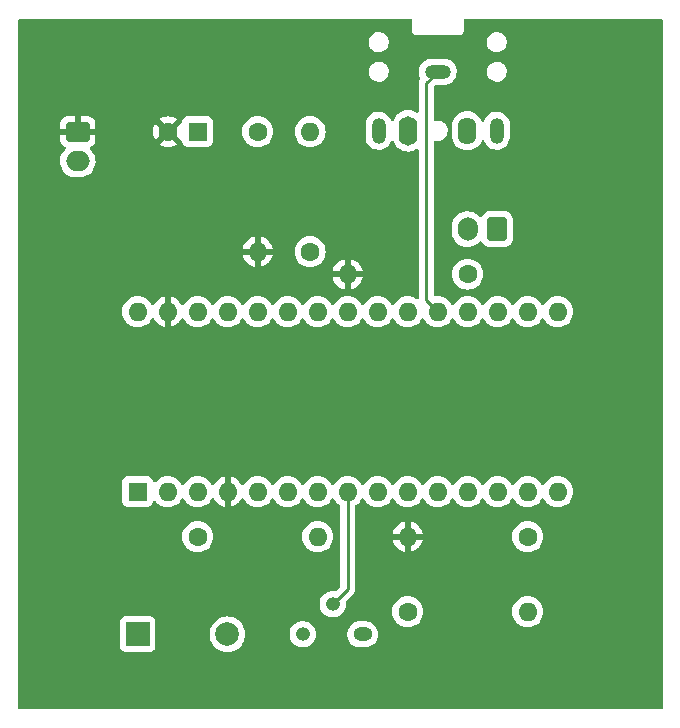
<source format=gbr>
%TF.GenerationSoftware,KiCad,Pcbnew,7.0.9*%
%TF.CreationDate,2024-03-24T10:40:35-04:00*%
%TF.ProjectId,Dryer Buzzer V2,44727965-7220-4427-957a-7a6572205632,rev?*%
%TF.SameCoordinates,Original*%
%TF.FileFunction,Copper,L2,Bot*%
%TF.FilePolarity,Positive*%
%FSLAX46Y46*%
G04 Gerber Fmt 4.6, Leading zero omitted, Abs format (unit mm)*
G04 Created by KiCad (PCBNEW 7.0.9) date 2024-03-24 10:40:35*
%MOMM*%
%LPD*%
G01*
G04 APERTURE LIST*
G04 Aperture macros list*
%AMRoundRect*
0 Rectangle with rounded corners*
0 $1 Rounding radius*
0 $2 $3 $4 $5 $6 $7 $8 $9 X,Y pos of 4 corners*
0 Add a 4 corners polygon primitive as box body*
4,1,4,$2,$3,$4,$5,$6,$7,$8,$9,$2,$3,0*
0 Add four circle primitives for the rounded corners*
1,1,$1+$1,$2,$3*
1,1,$1+$1,$4,$5*
1,1,$1+$1,$6,$7*
1,1,$1+$1,$8,$9*
0 Add four rect primitives between the rounded corners*
20,1,$1+$1,$2,$3,$4,$5,0*
20,1,$1+$1,$4,$5,$6,$7,0*
20,1,$1+$1,$6,$7,$8,$9,0*
20,1,$1+$1,$8,$9,$2,$3,0*%
G04 Aperture macros list end*
%TA.AperFunction,ComponentPad*%
%ADD10O,1.200000X2.200000*%
%TD*%
%TA.AperFunction,ComponentPad*%
%ADD11O,1.600000X2.300000*%
%TD*%
%TA.AperFunction,ComponentPad*%
%ADD12O,2.200000X1.200000*%
%TD*%
%TA.AperFunction,ComponentPad*%
%ADD13O,1.600000X2.500000*%
%TD*%
%TA.AperFunction,ComponentPad*%
%ADD14R,1.600000X1.600000*%
%TD*%
%TA.AperFunction,ComponentPad*%
%ADD15O,1.600000X1.600000*%
%TD*%
%TA.AperFunction,ComponentPad*%
%ADD16C,1.600000*%
%TD*%
%TA.AperFunction,ComponentPad*%
%ADD17RoundRect,0.250000X-0.750000X0.600000X-0.750000X-0.600000X0.750000X-0.600000X0.750000X0.600000X0*%
%TD*%
%TA.AperFunction,ComponentPad*%
%ADD18O,2.000000X1.700000*%
%TD*%
%TA.AperFunction,ComponentPad*%
%ADD19O,1.600000X1.200000*%
%TD*%
%TA.AperFunction,ComponentPad*%
%ADD20O,1.200000X1.200000*%
%TD*%
%TA.AperFunction,ComponentPad*%
%ADD21R,2.000000X2.000000*%
%TD*%
%TA.AperFunction,ComponentPad*%
%ADD22C,2.000000*%
%TD*%
%TA.AperFunction,ComponentPad*%
%ADD23RoundRect,0.250000X0.600000X0.750000X-0.600000X0.750000X-0.600000X-0.750000X0.600000X-0.750000X0*%
%TD*%
%TA.AperFunction,ComponentPad*%
%ADD24O,1.700000X2.000000*%
%TD*%
%TA.AperFunction,ViaPad*%
%ADD25C,0.800000*%
%TD*%
%TA.AperFunction,Conductor*%
%ADD26C,0.250000*%
%TD*%
G04 APERTURE END LIST*
D10*
%TO.P,J1,R*%
%TO.N,unconnected-(J1-PadR)*%
X142160000Y-32940000D03*
D11*
%TO.P,J1,RN*%
%TO.N,unconnected-(J1-PadRN)*%
X139660000Y-32940000D03*
D12*
%TO.P,J1,S*%
%TO.N,/A1*%
X137160000Y-27940000D03*
D10*
%TO.P,J1,T*%
%TO.N,Net-(C1-Pad1)*%
X132160000Y-32940000D03*
D13*
%TO.P,J1,TN*%
%TO.N,unconnected-(J1-PadTN)*%
X134660000Y-32940000D03*
%TD*%
D14*
%TO.P,A1,1,D1/TX*%
%TO.N,unconnected-(A1-Pad1)*%
X111760000Y-63500000D03*
D15*
%TO.P,A1,2,D0/RX*%
%TO.N,unconnected-(A1-Pad2)*%
X114300000Y-63500000D03*
%TO.P,A1,3,~{RESET}*%
%TO.N,unconnected-(A1-Pad3)*%
X116840000Y-63500000D03*
%TO.P,A1,4,GND*%
%TO.N,GND*%
X119380000Y-63500000D03*
%TO.P,A1,5,D2*%
%TO.N,unconnected-(A1-Pad5)*%
X121920000Y-63500000D03*
%TO.P,A1,6,D3*%
%TO.N,unconnected-(A1-Pad6)*%
X124460000Y-63500000D03*
%TO.P,A1,7,D4*%
%TO.N,unconnected-(A1-Pad7)*%
X127000000Y-63500000D03*
%TO.P,A1,8,D5*%
%TO.N,/D8*%
X129540000Y-63500000D03*
%TO.P,A1,9,D6*%
%TO.N,unconnected-(A1-Pad9)*%
X132080000Y-63500000D03*
%TO.P,A1,10,D7*%
%TO.N,unconnected-(A1-Pad10)*%
X134620000Y-63500000D03*
%TO.P,A1,11,D8*%
%TO.N,unconnected-(A1-Pad11)*%
X137160000Y-63500000D03*
%TO.P,A1,12,D9*%
%TO.N,unconnected-(A1-Pad12)*%
X139700000Y-63500000D03*
%TO.P,A1,13,D10*%
%TO.N,unconnected-(A1-Pad13)*%
X142240000Y-63500000D03*
%TO.P,A1,14,D11*%
%TO.N,unconnected-(A1-Pad14)*%
X144780000Y-63500000D03*
%TO.P,A1,15,D12*%
%TO.N,unconnected-(A1-Pad15)*%
X147320000Y-63500000D03*
%TO.P,A1,16,D13*%
%TO.N,unconnected-(A1-Pad16)*%
X147320000Y-48260000D03*
%TO.P,A1,17,3V3*%
%TO.N,+3V3*%
X144780000Y-48260000D03*
%TO.P,A1,18,AREF*%
%TO.N,unconnected-(A1-Pad18)*%
X142240000Y-48260000D03*
%TO.P,A1,19,A0*%
%TO.N,/A0*%
X139700000Y-48260000D03*
%TO.P,A1,20,A1*%
%TO.N,/A1*%
X137160000Y-48260000D03*
%TO.P,A1,21,A2*%
%TO.N,unconnected-(A1-Pad21)*%
X134620000Y-48260000D03*
%TO.P,A1,22,A3*%
%TO.N,unconnected-(A1-Pad22)*%
X132080000Y-48260000D03*
%TO.P,A1,23,A4*%
%TO.N,unconnected-(A1-Pad23)*%
X129540000Y-48260000D03*
%TO.P,A1,24,A5*%
%TO.N,unconnected-(A1-Pad24)*%
X127000000Y-48260000D03*
%TO.P,A1,25,A6*%
%TO.N,unconnected-(A1-Pad25)*%
X124460000Y-48260000D03*
%TO.P,A1,26,A7*%
%TO.N,unconnected-(A1-Pad26)*%
X121920000Y-48260000D03*
%TO.P,A1,27,+5V*%
%TO.N,unconnected-(A1-Pad27)*%
X119380000Y-48260000D03*
%TO.P,A1,28,~{RESET}*%
%TO.N,unconnected-(A1-Pad28)*%
X116840000Y-48260000D03*
%TO.P,A1,29,GND*%
%TO.N,GND*%
X114300000Y-48260000D03*
%TO.P,A1,30,VIN*%
%TO.N,+9V*%
X111760000Y-48260000D03*
%TD*%
D16*
%TO.P,R5,1*%
%TO.N,Net-(R4-Pad2)*%
X144780000Y-67310000D03*
D15*
%TO.P,R5,2*%
%TO.N,GND*%
X134620000Y-67310000D03*
%TD*%
D17*
%TO.P,J3,1,Pin_1*%
%TO.N,GND*%
X106680000Y-33020000D03*
D18*
%TO.P,J3,2,Pin_2*%
%TO.N,+9V*%
X106680000Y-35520000D03*
%TD*%
D19*
%TO.P,Q1,1,E*%
%TO.N,Net-(Q1-Pad1)*%
X130810000Y-75565000D03*
D20*
%TO.P,Q1,2,B*%
%TO.N,/D8*%
X128270000Y-73025000D03*
%TO.P,Q1,3,C*%
%TO.N,Net-(BZ1-Pad2)*%
X125730000Y-75565000D03*
%TD*%
D14*
%TO.P,C1,1*%
%TO.N,Net-(C1-Pad1)*%
X116840000Y-33020000D03*
D16*
%TO.P,C1,2*%
%TO.N,GND*%
X114340000Y-33020000D03*
%TD*%
D21*
%TO.P,BZ1,1,-*%
%TO.N,+9V*%
X111760000Y-75565000D03*
D22*
%TO.P,BZ1,2,+*%
%TO.N,Net-(BZ1-Pad2)*%
X119360000Y-75565000D03*
%TD*%
D16*
%TO.P,R1,1*%
%TO.N,+3V3*%
X126365000Y-43180000D03*
D15*
%TO.P,R1,2*%
%TO.N,Net-(C1-Pad1)*%
X126365000Y-33020000D03*
%TD*%
D16*
%TO.P,R2,1*%
%TO.N,Net-(C1-Pad1)*%
X121920000Y-33020000D03*
D15*
%TO.P,R2,2*%
%TO.N,GND*%
X121920000Y-43180000D03*
%TD*%
D16*
%TO.P,R4,1*%
%TO.N,Net-(Q1-Pad1)*%
X134620000Y-73660000D03*
D15*
%TO.P,R4,2*%
%TO.N,Net-(R4-Pad2)*%
X144780000Y-73660000D03*
%TD*%
D16*
%TO.P,R3,1*%
%TO.N,+9V*%
X116840000Y-67310000D03*
D15*
%TO.P,R3,2*%
%TO.N,Net-(BZ1-Pad2)*%
X127000000Y-67310000D03*
%TD*%
D16*
%TO.P,R6,1*%
%TO.N,/A0*%
X139700000Y-45085000D03*
D15*
%TO.P,R6,2*%
%TO.N,GND*%
X129540000Y-45085000D03*
%TD*%
D23*
%TO.P,J2,1,Pin_1*%
%TO.N,+3V3*%
X142200000Y-41275000D03*
D24*
%TO.P,J2,2,Pin_2*%
%TO.N,/A0*%
X139700000Y-41275000D03*
%TD*%
D25*
%TO.N,GND*%
X142240000Y-45720000D03*
X142240000Y-44450000D03*
%TD*%
D26*
%TO.N,/D8*%
X129540000Y-71755000D02*
X128270000Y-73025000D01*
X129540000Y-63500000D02*
X129540000Y-71755000D01*
%TO.N,/A1*%
X137160000Y-27940000D02*
X136185479Y-28914521D01*
X136185479Y-47285479D02*
X137160000Y-48260000D01*
X136185479Y-28914521D02*
X136185479Y-47285479D01*
%TD*%
%TA.AperFunction,Conductor*%
%TO.N,GND*%
G36*
X134902539Y-23460185D02*
G01*
X134948294Y-23512989D01*
X134959500Y-23564500D01*
X134959500Y-24439500D01*
X134959500Y-24440000D01*
X134959500Y-24492727D01*
X134986793Y-24594587D01*
X135039520Y-24685913D01*
X135114087Y-24760480D01*
X135205413Y-24813207D01*
X135307273Y-24840500D01*
X135307275Y-24840500D01*
X139012725Y-24840500D01*
X139012727Y-24840500D01*
X139114587Y-24813207D01*
X139205913Y-24760480D01*
X139280480Y-24685913D01*
X139333207Y-24594587D01*
X139360500Y-24492727D01*
X139360500Y-24440000D01*
X139360500Y-24439500D01*
X139360500Y-23564500D01*
X139380185Y-23497461D01*
X139432989Y-23451706D01*
X139484500Y-23440500D01*
X143659899Y-23440500D01*
X156086046Y-23494955D01*
X156152996Y-23514933D01*
X156198519Y-23567937D01*
X156209500Y-23618954D01*
X156209500Y-81790500D01*
X156189815Y-81857539D01*
X156137011Y-81903294D01*
X156085500Y-81914500D01*
X101724500Y-81914500D01*
X101657461Y-81894815D01*
X101611706Y-81842011D01*
X101600500Y-81790500D01*
X101600500Y-76613654D01*
X110251500Y-76613654D01*
X110258011Y-76674202D01*
X110258011Y-76674204D01*
X110300896Y-76789179D01*
X110309111Y-76811204D01*
X110396739Y-76928261D01*
X110513796Y-77015889D01*
X110650799Y-77066989D01*
X110678050Y-77069918D01*
X110711345Y-77073499D01*
X110711362Y-77073500D01*
X112808638Y-77073500D01*
X112808654Y-77073499D01*
X112835692Y-77070591D01*
X112869201Y-77066989D01*
X113006204Y-77015889D01*
X113123261Y-76928261D01*
X113210889Y-76811204D01*
X113261989Y-76674201D01*
X113266372Y-76633436D01*
X113268499Y-76613654D01*
X113268500Y-76613637D01*
X113268500Y-75565000D01*
X117846835Y-75565000D01*
X117865465Y-75801714D01*
X117920895Y-76032595D01*
X117920895Y-76032597D01*
X118011757Y-76251959D01*
X118011759Y-76251962D01*
X118135820Y-76454410D01*
X118135821Y-76454413D01*
X118135824Y-76454416D01*
X118290031Y-76634969D01*
X118429797Y-76754340D01*
X118470586Y-76789178D01*
X118470589Y-76789179D01*
X118673037Y-76913240D01*
X118673040Y-76913242D01*
X118892403Y-77004104D01*
X118892404Y-77004104D01*
X118892406Y-77004105D01*
X119123289Y-77059535D01*
X119360000Y-77078165D01*
X119596711Y-77059535D01*
X119827594Y-77004105D01*
X119827596Y-77004104D01*
X119827597Y-77004104D01*
X120046959Y-76913242D01*
X120046960Y-76913241D01*
X120046963Y-76913240D01*
X120249416Y-76789176D01*
X120429969Y-76634969D01*
X120584176Y-76454416D01*
X120708240Y-76251963D01*
X120725242Y-76210918D01*
X120799104Y-76032597D01*
X120799104Y-76032596D01*
X120799105Y-76032594D01*
X120854535Y-75801711D01*
X120873165Y-75565000D01*
X124616751Y-75565000D01*
X124635705Y-75769558D01*
X124635706Y-75769560D01*
X124691924Y-75967147D01*
X124691930Y-75967162D01*
X124783493Y-76151044D01*
X124783498Y-76151052D01*
X124907300Y-76314993D01*
X124968637Y-76370908D01*
X125059118Y-76453392D01*
X125233782Y-76561540D01*
X125425345Y-76635751D01*
X125627282Y-76673500D01*
X125627284Y-76673500D01*
X125832716Y-76673500D01*
X125832718Y-76673500D01*
X126034655Y-76635751D01*
X126226218Y-76561540D01*
X126400882Y-76453392D01*
X126552701Y-76314991D01*
X126676503Y-76151050D01*
X126768074Y-75967152D01*
X126824294Y-75769559D01*
X126843249Y-75565000D01*
X126838339Y-75512016D01*
X129497719Y-75512016D01*
X129507792Y-75723474D01*
X129554987Y-75918013D01*
X129557701Y-75929200D01*
X129557701Y-75929202D01*
X129645643Y-76121770D01*
X129645647Y-76121776D01*
X129768436Y-76294210D01*
X129768442Y-76294216D01*
X129921657Y-76440306D01*
X130099741Y-76554753D01*
X130099746Y-76554756D01*
X130296279Y-76633436D01*
X130400215Y-76653468D01*
X130504150Y-76673500D01*
X130504151Y-76673500D01*
X131062797Y-76673500D01*
X131062803Y-76673500D01*
X131220739Y-76658419D01*
X131423862Y-76598777D01*
X131612026Y-76501771D01*
X131778432Y-76370908D01*
X131917065Y-76210918D01*
X132022913Y-76027582D01*
X132092153Y-75827527D01*
X132122281Y-75617984D01*
X132112208Y-75406526D01*
X132062298Y-75200796D01*
X131974356Y-75008229D01*
X131953510Y-74978955D01*
X131851563Y-74835789D01*
X131851557Y-74835783D01*
X131698342Y-74689693D01*
X131520258Y-74575246D01*
X131520255Y-74575245D01*
X131520254Y-74575244D01*
X131323721Y-74496564D01*
X131323719Y-74496563D01*
X131115850Y-74456500D01*
X131115849Y-74456500D01*
X130557197Y-74456500D01*
X130399261Y-74471581D01*
X130399257Y-74471582D01*
X130196140Y-74531222D01*
X130007975Y-74628228D01*
X129841565Y-74759094D01*
X129702938Y-74919077D01*
X129702930Y-74919088D01*
X129597088Y-75102415D01*
X129527847Y-75302471D01*
X129527847Y-75302473D01*
X129497719Y-75512016D01*
X126838339Y-75512016D01*
X126824294Y-75360441D01*
X126768074Y-75162848D01*
X126768069Y-75162837D01*
X126676506Y-74978955D01*
X126676501Y-74978947D01*
X126552699Y-74815006D01*
X126400883Y-74676609D01*
X126400882Y-74676608D01*
X126237178Y-74575246D01*
X126226220Y-74568461D01*
X126226218Y-74568460D01*
X126034655Y-74494249D01*
X125832718Y-74456500D01*
X125627282Y-74456500D01*
X125425345Y-74494249D01*
X125425342Y-74494249D01*
X125425342Y-74494250D01*
X125233779Y-74568461D01*
X125059116Y-74676609D01*
X124907300Y-74815006D01*
X124783498Y-74978947D01*
X124783493Y-74978955D01*
X124691930Y-75162837D01*
X124691924Y-75162852D01*
X124635706Y-75360439D01*
X124635705Y-75360441D01*
X124616751Y-75564999D01*
X124616751Y-75565000D01*
X120873165Y-75565000D01*
X120854535Y-75328289D01*
X120799105Y-75097406D01*
X120799104Y-75097403D01*
X120799104Y-75097402D01*
X120708242Y-74878040D01*
X120708240Y-74878037D01*
X120635350Y-74759092D01*
X120584178Y-74675588D01*
X120584178Y-74675586D01*
X120492683Y-74568460D01*
X120429969Y-74495031D01*
X120310596Y-74393076D01*
X120249413Y-74340821D01*
X120249410Y-74340820D01*
X120046962Y-74216759D01*
X120046959Y-74216757D01*
X119827596Y-74125895D01*
X119596714Y-74070465D01*
X119360000Y-74051835D01*
X119123285Y-74070465D01*
X118892404Y-74125895D01*
X118892402Y-74125895D01*
X118673040Y-74216757D01*
X118673037Y-74216759D01*
X118470589Y-74340820D01*
X118470586Y-74340821D01*
X118290031Y-74495031D01*
X118135821Y-74675586D01*
X118135820Y-74675589D01*
X118011759Y-74878037D01*
X118011757Y-74878040D01*
X117920895Y-75097402D01*
X117920895Y-75097404D01*
X117865465Y-75328285D01*
X117846835Y-75565000D01*
X113268500Y-75565000D01*
X113268500Y-74516362D01*
X113268499Y-74516345D01*
X113265157Y-74485270D01*
X113261989Y-74455799D01*
X113210889Y-74318796D01*
X113123261Y-74201739D01*
X113006204Y-74114111D01*
X112993139Y-74109238D01*
X112869203Y-74063011D01*
X112808654Y-74056500D01*
X112808638Y-74056500D01*
X110711362Y-74056500D01*
X110711345Y-74056500D01*
X110650797Y-74063011D01*
X110650795Y-74063011D01*
X110513795Y-74114111D01*
X110396739Y-74201739D01*
X110309111Y-74318795D01*
X110258011Y-74455795D01*
X110258011Y-74455797D01*
X110251500Y-74516345D01*
X110251500Y-76613654D01*
X101600500Y-76613654D01*
X101600500Y-67310001D01*
X115526502Y-67310001D01*
X115546456Y-67538081D01*
X115546457Y-67538089D01*
X115605714Y-67759238D01*
X115605718Y-67759249D01*
X115700487Y-67962482D01*
X115702477Y-67966749D01*
X115833802Y-68154300D01*
X115995700Y-68316198D01*
X116183251Y-68447523D01*
X116308091Y-68505736D01*
X116390750Y-68544281D01*
X116390752Y-68544281D01*
X116390757Y-68544284D01*
X116611913Y-68603543D01*
X116774832Y-68617796D01*
X116839998Y-68623498D01*
X116840000Y-68623498D01*
X116840002Y-68623498D01*
X116897021Y-68618509D01*
X117068087Y-68603543D01*
X117289243Y-68544284D01*
X117496749Y-68447523D01*
X117684300Y-68316198D01*
X117846198Y-68154300D01*
X117977523Y-67966749D01*
X118074284Y-67759243D01*
X118133543Y-67538087D01*
X118153498Y-67310001D01*
X125686502Y-67310001D01*
X125706456Y-67538081D01*
X125706457Y-67538089D01*
X125765714Y-67759238D01*
X125765718Y-67759249D01*
X125860487Y-67962482D01*
X125862477Y-67966749D01*
X125993802Y-68154300D01*
X126155700Y-68316198D01*
X126343251Y-68447523D01*
X126468091Y-68505736D01*
X126550750Y-68544281D01*
X126550752Y-68544281D01*
X126550757Y-68544284D01*
X126771913Y-68603543D01*
X126934832Y-68617796D01*
X126999998Y-68623498D01*
X127000000Y-68623498D01*
X127000002Y-68623498D01*
X127057021Y-68618509D01*
X127228087Y-68603543D01*
X127449243Y-68544284D01*
X127656749Y-68447523D01*
X127844300Y-68316198D01*
X128006198Y-68154300D01*
X128137523Y-67966749D01*
X128234284Y-67759243D01*
X128293543Y-67538087D01*
X128313498Y-67310000D01*
X128293543Y-67081913D01*
X128234284Y-66860757D01*
X128137523Y-66653251D01*
X128006198Y-66465700D01*
X127844300Y-66303802D01*
X127656749Y-66172477D01*
X127656745Y-66172475D01*
X127449249Y-66075718D01*
X127449238Y-66075714D01*
X127228089Y-66016457D01*
X127228081Y-66016456D01*
X127000002Y-65996502D01*
X126999998Y-65996502D01*
X126771918Y-66016456D01*
X126771910Y-66016457D01*
X126550761Y-66075714D01*
X126550750Y-66075718D01*
X126343254Y-66172475D01*
X126343252Y-66172476D01*
X126343251Y-66172477D01*
X126155700Y-66303802D01*
X126155698Y-66303803D01*
X126155695Y-66303806D01*
X125993806Y-66465695D01*
X125862476Y-66653252D01*
X125862475Y-66653254D01*
X125765718Y-66860750D01*
X125765714Y-66860761D01*
X125706457Y-67081910D01*
X125706456Y-67081918D01*
X125686502Y-67309998D01*
X125686502Y-67310001D01*
X118153498Y-67310001D01*
X118153498Y-67310000D01*
X118133543Y-67081913D01*
X118074284Y-66860757D01*
X117977523Y-66653251D01*
X117846198Y-66465700D01*
X117684300Y-66303802D01*
X117496749Y-66172477D01*
X117496745Y-66172475D01*
X117289249Y-66075718D01*
X117289238Y-66075714D01*
X117068089Y-66016457D01*
X117068081Y-66016456D01*
X116840002Y-65996502D01*
X116839998Y-65996502D01*
X116611918Y-66016456D01*
X116611910Y-66016457D01*
X116390761Y-66075714D01*
X116390750Y-66075718D01*
X116183254Y-66172475D01*
X116183252Y-66172476D01*
X116183251Y-66172477D01*
X115995700Y-66303802D01*
X115995698Y-66303803D01*
X115995695Y-66303806D01*
X115833806Y-66465695D01*
X115702476Y-66653252D01*
X115702475Y-66653254D01*
X115605718Y-66860750D01*
X115605714Y-66860761D01*
X115546457Y-67081910D01*
X115546456Y-67081918D01*
X115526502Y-67309998D01*
X115526502Y-67310001D01*
X101600500Y-67310001D01*
X101600500Y-64348654D01*
X110451500Y-64348654D01*
X110458011Y-64409202D01*
X110458011Y-64409204D01*
X110494189Y-64506198D01*
X110509111Y-64546204D01*
X110596739Y-64663261D01*
X110713796Y-64750889D01*
X110850799Y-64801989D01*
X110878050Y-64804918D01*
X110911345Y-64808499D01*
X110911362Y-64808500D01*
X112608638Y-64808500D01*
X112608654Y-64808499D01*
X112635692Y-64805591D01*
X112669201Y-64801989D01*
X112806204Y-64750889D01*
X112923261Y-64663261D01*
X113010889Y-64546204D01*
X113061989Y-64409201D01*
X113063569Y-64394500D01*
X113090304Y-64329952D01*
X113147695Y-64290102D01*
X113217521Y-64287606D01*
X113277611Y-64323257D01*
X113288428Y-64336626D01*
X113293802Y-64344300D01*
X113455700Y-64506198D01*
X113643251Y-64637523D01*
X113768091Y-64695736D01*
X113850750Y-64734281D01*
X113850752Y-64734281D01*
X113850757Y-64734284D01*
X114071913Y-64793543D01*
X114234832Y-64807796D01*
X114299998Y-64813498D01*
X114300000Y-64813498D01*
X114300002Y-64813498D01*
X114357139Y-64808499D01*
X114528087Y-64793543D01*
X114749243Y-64734284D01*
X114956749Y-64637523D01*
X115144300Y-64506198D01*
X115306198Y-64344300D01*
X115437523Y-64156749D01*
X115457618Y-64113655D01*
X115503790Y-64061215D01*
X115570983Y-64042063D01*
X115637864Y-64062278D01*
X115682382Y-64113655D01*
X115702477Y-64156749D01*
X115833802Y-64344300D01*
X115995700Y-64506198D01*
X116183251Y-64637523D01*
X116308091Y-64695736D01*
X116390750Y-64734281D01*
X116390752Y-64734281D01*
X116390757Y-64734284D01*
X116611913Y-64793543D01*
X116774832Y-64807796D01*
X116839998Y-64813498D01*
X116840000Y-64813498D01*
X116840002Y-64813498D01*
X116897139Y-64808499D01*
X117068087Y-64793543D01*
X117289243Y-64734284D01*
X117496749Y-64637523D01*
X117684300Y-64506198D01*
X117846198Y-64344300D01*
X117977523Y-64156749D01*
X118002307Y-64103598D01*
X118048479Y-64051159D01*
X118115672Y-64032007D01*
X118182553Y-64052222D01*
X118227071Y-64103599D01*
X118249864Y-64152479D01*
X118249865Y-64152481D01*
X118380342Y-64338820D01*
X118541179Y-64499657D01*
X118727517Y-64630134D01*
X118933673Y-64726265D01*
X118933682Y-64726269D01*
X119129999Y-64778872D01*
X119130000Y-64778871D01*
X119130000Y-63935501D01*
X119237685Y-63984680D01*
X119344237Y-64000000D01*
X119415763Y-64000000D01*
X119522315Y-63984680D01*
X119630000Y-63935501D01*
X119630000Y-64778872D01*
X119826317Y-64726269D01*
X119826326Y-64726265D01*
X120032482Y-64630134D01*
X120218820Y-64499657D01*
X120379657Y-64338820D01*
X120510133Y-64152483D01*
X120532927Y-64103600D01*
X120579098Y-64051160D01*
X120646292Y-64032007D01*
X120713173Y-64052221D01*
X120757691Y-64103596D01*
X120782477Y-64156749D01*
X120913802Y-64344300D01*
X121075700Y-64506198D01*
X121263251Y-64637523D01*
X121388091Y-64695736D01*
X121470750Y-64734281D01*
X121470752Y-64734281D01*
X121470757Y-64734284D01*
X121691913Y-64793543D01*
X121854832Y-64807796D01*
X121919998Y-64813498D01*
X121920000Y-64813498D01*
X121920002Y-64813498D01*
X121977139Y-64808499D01*
X122148087Y-64793543D01*
X122369243Y-64734284D01*
X122576749Y-64637523D01*
X122764300Y-64506198D01*
X122926198Y-64344300D01*
X123057523Y-64156749D01*
X123077618Y-64113655D01*
X123123790Y-64061215D01*
X123190983Y-64042063D01*
X123257864Y-64062278D01*
X123302382Y-64113655D01*
X123322477Y-64156749D01*
X123453802Y-64344300D01*
X123615700Y-64506198D01*
X123803251Y-64637523D01*
X123928091Y-64695736D01*
X124010750Y-64734281D01*
X124010752Y-64734281D01*
X124010757Y-64734284D01*
X124231913Y-64793543D01*
X124394832Y-64807796D01*
X124459998Y-64813498D01*
X124460000Y-64813498D01*
X124460002Y-64813498D01*
X124517139Y-64808499D01*
X124688087Y-64793543D01*
X124909243Y-64734284D01*
X125116749Y-64637523D01*
X125304300Y-64506198D01*
X125466198Y-64344300D01*
X125597523Y-64156749D01*
X125617618Y-64113655D01*
X125663790Y-64061215D01*
X125730983Y-64042063D01*
X125797864Y-64062278D01*
X125842382Y-64113655D01*
X125862477Y-64156749D01*
X125993802Y-64344300D01*
X126155700Y-64506198D01*
X126343251Y-64637523D01*
X126468091Y-64695736D01*
X126550750Y-64734281D01*
X126550752Y-64734281D01*
X126550757Y-64734284D01*
X126771913Y-64793543D01*
X126934832Y-64807796D01*
X126999998Y-64813498D01*
X127000000Y-64813498D01*
X127000002Y-64813498D01*
X127057139Y-64808499D01*
X127228087Y-64793543D01*
X127449243Y-64734284D01*
X127656749Y-64637523D01*
X127844300Y-64506198D01*
X128006198Y-64344300D01*
X128137523Y-64156749D01*
X128157618Y-64113655D01*
X128203790Y-64061215D01*
X128270983Y-64042063D01*
X128337864Y-64062278D01*
X128382382Y-64113655D01*
X128402477Y-64156749D01*
X128533802Y-64344300D01*
X128695700Y-64506198D01*
X128853625Y-64616779D01*
X128897249Y-64671354D01*
X128906500Y-64718352D01*
X128906500Y-71441232D01*
X128886815Y-71508271D01*
X128870181Y-71528913D01*
X128511507Y-71887586D01*
X128450184Y-71921071D01*
X128401045Y-71921794D01*
X128372723Y-71916500D01*
X128372718Y-71916500D01*
X128167282Y-71916500D01*
X127965345Y-71954249D01*
X127965342Y-71954249D01*
X127965342Y-71954250D01*
X127773779Y-72028461D01*
X127599116Y-72136609D01*
X127447300Y-72275006D01*
X127323498Y-72438947D01*
X127323493Y-72438955D01*
X127231930Y-72622837D01*
X127231924Y-72622852D01*
X127175706Y-72820439D01*
X127175705Y-72820441D01*
X127156751Y-73024999D01*
X127156751Y-73025000D01*
X127175705Y-73229558D01*
X127175706Y-73229560D01*
X127231924Y-73427147D01*
X127231930Y-73427162D01*
X127323493Y-73611044D01*
X127323498Y-73611052D01*
X127447300Y-73774993D01*
X127571353Y-73888081D01*
X127599118Y-73913392D01*
X127773782Y-74021540D01*
X127965345Y-74095751D01*
X128167282Y-74133500D01*
X128167284Y-74133500D01*
X128372716Y-74133500D01*
X128372718Y-74133500D01*
X128574655Y-74095751D01*
X128766218Y-74021540D01*
X128940882Y-73913392D01*
X129092701Y-73774991D01*
X129179537Y-73660001D01*
X133306502Y-73660001D01*
X133326456Y-73888081D01*
X133326457Y-73888089D01*
X133385714Y-74109238D01*
X133385718Y-74109249D01*
X133482475Y-74316745D01*
X133482477Y-74316749D01*
X133613802Y-74504300D01*
X133775700Y-74666198D01*
X133963251Y-74797523D01*
X134088091Y-74855736D01*
X134170750Y-74894281D01*
X134170752Y-74894281D01*
X134170757Y-74894284D01*
X134391913Y-74953543D01*
X134554832Y-74967796D01*
X134619998Y-74973498D01*
X134620000Y-74973498D01*
X134620002Y-74973498D01*
X134677021Y-74968509D01*
X134848087Y-74953543D01*
X135069243Y-74894284D01*
X135276749Y-74797523D01*
X135464300Y-74666198D01*
X135626198Y-74504300D01*
X135757523Y-74316749D01*
X135854284Y-74109243D01*
X135913543Y-73888087D01*
X135933498Y-73660001D01*
X143466502Y-73660001D01*
X143486456Y-73888081D01*
X143486457Y-73888089D01*
X143545714Y-74109238D01*
X143545718Y-74109249D01*
X143642475Y-74316745D01*
X143642477Y-74316749D01*
X143773802Y-74504300D01*
X143935700Y-74666198D01*
X144123251Y-74797523D01*
X144248091Y-74855736D01*
X144330750Y-74894281D01*
X144330752Y-74894281D01*
X144330757Y-74894284D01*
X144551913Y-74953543D01*
X144714832Y-74967796D01*
X144779998Y-74973498D01*
X144780000Y-74973498D01*
X144780002Y-74973498D01*
X144837021Y-74968509D01*
X145008087Y-74953543D01*
X145229243Y-74894284D01*
X145436749Y-74797523D01*
X145624300Y-74666198D01*
X145786198Y-74504300D01*
X145917523Y-74316749D01*
X146014284Y-74109243D01*
X146073543Y-73888087D01*
X146093498Y-73660000D01*
X146073543Y-73431913D01*
X146014284Y-73210757D01*
X145917523Y-73003251D01*
X145786198Y-72815700D01*
X145624300Y-72653802D01*
X145436749Y-72522477D01*
X145436745Y-72522475D01*
X145229249Y-72425718D01*
X145229238Y-72425714D01*
X145008089Y-72366457D01*
X145008081Y-72366456D01*
X144780002Y-72346502D01*
X144779998Y-72346502D01*
X144551918Y-72366456D01*
X144551910Y-72366457D01*
X144330761Y-72425714D01*
X144330750Y-72425718D01*
X144123254Y-72522475D01*
X144123252Y-72522476D01*
X144123251Y-72522477D01*
X143935700Y-72653802D01*
X143935698Y-72653803D01*
X143935695Y-72653806D01*
X143773806Y-72815695D01*
X143773803Y-72815698D01*
X143773802Y-72815700D01*
X143766530Y-72826086D01*
X143642476Y-73003252D01*
X143642475Y-73003254D01*
X143545718Y-73210750D01*
X143545714Y-73210761D01*
X143486457Y-73431910D01*
X143486456Y-73431918D01*
X143466502Y-73659998D01*
X143466502Y-73660001D01*
X135933498Y-73660001D01*
X135933498Y-73660000D01*
X135913543Y-73431913D01*
X135854284Y-73210757D01*
X135757523Y-73003251D01*
X135626198Y-72815700D01*
X135464300Y-72653802D01*
X135276749Y-72522477D01*
X135276745Y-72522475D01*
X135069249Y-72425718D01*
X135069238Y-72425714D01*
X134848089Y-72366457D01*
X134848081Y-72366456D01*
X134620002Y-72346502D01*
X134619998Y-72346502D01*
X134391918Y-72366456D01*
X134391910Y-72366457D01*
X134170761Y-72425714D01*
X134170750Y-72425718D01*
X133963254Y-72522475D01*
X133963252Y-72522476D01*
X133963251Y-72522477D01*
X133775700Y-72653802D01*
X133775698Y-72653803D01*
X133775695Y-72653806D01*
X133613806Y-72815695D01*
X133613803Y-72815698D01*
X133613802Y-72815700D01*
X133606530Y-72826086D01*
X133482476Y-73003252D01*
X133482475Y-73003254D01*
X133385718Y-73210750D01*
X133385714Y-73210761D01*
X133326457Y-73431910D01*
X133326456Y-73431918D01*
X133306502Y-73659998D01*
X133306502Y-73660001D01*
X129179537Y-73660001D01*
X129216503Y-73611050D01*
X129308074Y-73427152D01*
X129364294Y-73229559D01*
X129383249Y-73025000D01*
X129370187Y-72884044D01*
X129383602Y-72815478D01*
X129405974Y-72784928D01*
X129928815Y-72262087D01*
X129941180Y-72252183D01*
X129941006Y-72251973D01*
X129947012Y-72247003D01*
X129947018Y-72247000D01*
X129994999Y-72195904D01*
X130016134Y-72174770D01*
X130020463Y-72169187D01*
X130024242Y-72164763D01*
X130056586Y-72130321D01*
X130066423Y-72112424D01*
X130077097Y-72096174D01*
X130089613Y-72080041D01*
X130108372Y-72036689D01*
X130110933Y-72031462D01*
X130133695Y-71990060D01*
X130138774Y-71970274D01*
X130145072Y-71951882D01*
X130153181Y-71933145D01*
X130160569Y-71886497D01*
X130161751Y-71880786D01*
X130173500Y-71835030D01*
X130173500Y-71814615D01*
X130175027Y-71795214D01*
X130178220Y-71775057D01*
X130173775Y-71728033D01*
X130173500Y-71722195D01*
X130173500Y-67059999D01*
X133341127Y-67059999D01*
X133341128Y-67060000D01*
X134304314Y-67060000D01*
X134292359Y-67071955D01*
X134234835Y-67184852D01*
X134215014Y-67310000D01*
X134234835Y-67435148D01*
X134292359Y-67548045D01*
X134304314Y-67560000D01*
X133341128Y-67560000D01*
X133393730Y-67756317D01*
X133393734Y-67756326D01*
X133489865Y-67962482D01*
X133620342Y-68148820D01*
X133781179Y-68309657D01*
X133967517Y-68440134D01*
X134173673Y-68536265D01*
X134173682Y-68536269D01*
X134369999Y-68588872D01*
X134370000Y-68588871D01*
X134370000Y-67625686D01*
X134381955Y-67637641D01*
X134494852Y-67695165D01*
X134588519Y-67710000D01*
X134651481Y-67710000D01*
X134745148Y-67695165D01*
X134858045Y-67637641D01*
X134870000Y-67625686D01*
X134870000Y-68588872D01*
X135066317Y-68536269D01*
X135066326Y-68536265D01*
X135272482Y-68440134D01*
X135458820Y-68309657D01*
X135619657Y-68148820D01*
X135750134Y-67962482D01*
X135846265Y-67756326D01*
X135846269Y-67756317D01*
X135898872Y-67560000D01*
X134935686Y-67560000D01*
X134947641Y-67548045D01*
X135005165Y-67435148D01*
X135024986Y-67310001D01*
X143466502Y-67310001D01*
X143486456Y-67538081D01*
X143486457Y-67538089D01*
X143545714Y-67759238D01*
X143545718Y-67759249D01*
X143640487Y-67962482D01*
X143642477Y-67966749D01*
X143773802Y-68154300D01*
X143935700Y-68316198D01*
X144123251Y-68447523D01*
X144248091Y-68505736D01*
X144330750Y-68544281D01*
X144330752Y-68544281D01*
X144330757Y-68544284D01*
X144551913Y-68603543D01*
X144714832Y-68617796D01*
X144779998Y-68623498D01*
X144780000Y-68623498D01*
X144780002Y-68623498D01*
X144837021Y-68618509D01*
X145008087Y-68603543D01*
X145229243Y-68544284D01*
X145436749Y-68447523D01*
X145624300Y-68316198D01*
X145786198Y-68154300D01*
X145917523Y-67966749D01*
X146014284Y-67759243D01*
X146073543Y-67538087D01*
X146093498Y-67310000D01*
X146073543Y-67081913D01*
X146014284Y-66860757D01*
X145917523Y-66653251D01*
X145786198Y-66465700D01*
X145624300Y-66303802D01*
X145436749Y-66172477D01*
X145436745Y-66172475D01*
X145229249Y-66075718D01*
X145229238Y-66075714D01*
X145008089Y-66016457D01*
X145008081Y-66016456D01*
X144780002Y-65996502D01*
X144779998Y-65996502D01*
X144551918Y-66016456D01*
X144551910Y-66016457D01*
X144330761Y-66075714D01*
X144330750Y-66075718D01*
X144123254Y-66172475D01*
X144123252Y-66172476D01*
X144123251Y-66172477D01*
X143935700Y-66303802D01*
X143935698Y-66303803D01*
X143935695Y-66303806D01*
X143773806Y-66465695D01*
X143642476Y-66653252D01*
X143642475Y-66653254D01*
X143545718Y-66860750D01*
X143545714Y-66860761D01*
X143486457Y-67081910D01*
X143486456Y-67081918D01*
X143466502Y-67309998D01*
X143466502Y-67310001D01*
X135024986Y-67310001D01*
X135024986Y-67310000D01*
X135005165Y-67184852D01*
X134947641Y-67071955D01*
X134935686Y-67060000D01*
X135898872Y-67060000D01*
X135898872Y-67059999D01*
X135846269Y-66863682D01*
X135846265Y-66863673D01*
X135750134Y-66657517D01*
X135619657Y-66471179D01*
X135458820Y-66310342D01*
X135272482Y-66179865D01*
X135066328Y-66083734D01*
X134870000Y-66031127D01*
X134870000Y-66994314D01*
X134858045Y-66982359D01*
X134745148Y-66924835D01*
X134651481Y-66910000D01*
X134588519Y-66910000D01*
X134494852Y-66924835D01*
X134381955Y-66982359D01*
X134370000Y-66994314D01*
X134370000Y-66031127D01*
X134173671Y-66083734D01*
X133967517Y-66179865D01*
X133781179Y-66310342D01*
X133620342Y-66471179D01*
X133489865Y-66657517D01*
X133393734Y-66863673D01*
X133393730Y-66863682D01*
X133341127Y-67059999D01*
X130173500Y-67059999D01*
X130173500Y-64718352D01*
X130193185Y-64651313D01*
X130226373Y-64616779D01*
X130384300Y-64506198D01*
X130546198Y-64344300D01*
X130677523Y-64156749D01*
X130697618Y-64113655D01*
X130743790Y-64061215D01*
X130810983Y-64042063D01*
X130877864Y-64062278D01*
X130922382Y-64113655D01*
X130942477Y-64156749D01*
X131073802Y-64344300D01*
X131235700Y-64506198D01*
X131423251Y-64637523D01*
X131548091Y-64695736D01*
X131630750Y-64734281D01*
X131630752Y-64734281D01*
X131630757Y-64734284D01*
X131851913Y-64793543D01*
X132014832Y-64807796D01*
X132079998Y-64813498D01*
X132080000Y-64813498D01*
X132080002Y-64813498D01*
X132137139Y-64808499D01*
X132308087Y-64793543D01*
X132529243Y-64734284D01*
X132736749Y-64637523D01*
X132924300Y-64506198D01*
X133086198Y-64344300D01*
X133217523Y-64156749D01*
X133237618Y-64113655D01*
X133283790Y-64061215D01*
X133350983Y-64042063D01*
X133417864Y-64062278D01*
X133462382Y-64113655D01*
X133482477Y-64156749D01*
X133613802Y-64344300D01*
X133775700Y-64506198D01*
X133963251Y-64637523D01*
X134088091Y-64695736D01*
X134170750Y-64734281D01*
X134170752Y-64734281D01*
X134170757Y-64734284D01*
X134391913Y-64793543D01*
X134554832Y-64807796D01*
X134619998Y-64813498D01*
X134620000Y-64813498D01*
X134620002Y-64813498D01*
X134677139Y-64808499D01*
X134848087Y-64793543D01*
X135069243Y-64734284D01*
X135276749Y-64637523D01*
X135464300Y-64506198D01*
X135626198Y-64344300D01*
X135757523Y-64156749D01*
X135777618Y-64113655D01*
X135823790Y-64061215D01*
X135890983Y-64042063D01*
X135957864Y-64062278D01*
X136002382Y-64113655D01*
X136022477Y-64156749D01*
X136153802Y-64344300D01*
X136315700Y-64506198D01*
X136503251Y-64637523D01*
X136628091Y-64695736D01*
X136710750Y-64734281D01*
X136710752Y-64734281D01*
X136710757Y-64734284D01*
X136931913Y-64793543D01*
X137094832Y-64807796D01*
X137159998Y-64813498D01*
X137160000Y-64813498D01*
X137160002Y-64813498D01*
X137217139Y-64808499D01*
X137388087Y-64793543D01*
X137609243Y-64734284D01*
X137816749Y-64637523D01*
X138004300Y-64506198D01*
X138166198Y-64344300D01*
X138297523Y-64156749D01*
X138317618Y-64113655D01*
X138363790Y-64061215D01*
X138430983Y-64042063D01*
X138497864Y-64062278D01*
X138542382Y-64113655D01*
X138562477Y-64156749D01*
X138693802Y-64344300D01*
X138855700Y-64506198D01*
X139043251Y-64637523D01*
X139168091Y-64695736D01*
X139250750Y-64734281D01*
X139250752Y-64734281D01*
X139250757Y-64734284D01*
X139471913Y-64793543D01*
X139634832Y-64807796D01*
X139699998Y-64813498D01*
X139700000Y-64813498D01*
X139700002Y-64813498D01*
X139757139Y-64808499D01*
X139928087Y-64793543D01*
X140149243Y-64734284D01*
X140356749Y-64637523D01*
X140544300Y-64506198D01*
X140706198Y-64344300D01*
X140837523Y-64156749D01*
X140857618Y-64113655D01*
X140903790Y-64061215D01*
X140970983Y-64042063D01*
X141037864Y-64062278D01*
X141082382Y-64113655D01*
X141102477Y-64156749D01*
X141233802Y-64344300D01*
X141395700Y-64506198D01*
X141583251Y-64637523D01*
X141708091Y-64695736D01*
X141790750Y-64734281D01*
X141790752Y-64734281D01*
X141790757Y-64734284D01*
X142011913Y-64793543D01*
X142174832Y-64807796D01*
X142239998Y-64813498D01*
X142240000Y-64813498D01*
X142240002Y-64813498D01*
X142297139Y-64808499D01*
X142468087Y-64793543D01*
X142689243Y-64734284D01*
X142896749Y-64637523D01*
X143084300Y-64506198D01*
X143246198Y-64344300D01*
X143377523Y-64156749D01*
X143397618Y-64113655D01*
X143443790Y-64061215D01*
X143510983Y-64042063D01*
X143577864Y-64062278D01*
X143622382Y-64113655D01*
X143642477Y-64156749D01*
X143773802Y-64344300D01*
X143935700Y-64506198D01*
X144123251Y-64637523D01*
X144248091Y-64695736D01*
X144330750Y-64734281D01*
X144330752Y-64734281D01*
X144330757Y-64734284D01*
X144551913Y-64793543D01*
X144714832Y-64807796D01*
X144779998Y-64813498D01*
X144780000Y-64813498D01*
X144780002Y-64813498D01*
X144837139Y-64808499D01*
X145008087Y-64793543D01*
X145229243Y-64734284D01*
X145436749Y-64637523D01*
X145624300Y-64506198D01*
X145786198Y-64344300D01*
X145917523Y-64156749D01*
X145937618Y-64113655D01*
X145983790Y-64061215D01*
X146050983Y-64042063D01*
X146117864Y-64062278D01*
X146162382Y-64113655D01*
X146182477Y-64156749D01*
X146313802Y-64344300D01*
X146475700Y-64506198D01*
X146663251Y-64637523D01*
X146788091Y-64695736D01*
X146870750Y-64734281D01*
X146870752Y-64734281D01*
X146870757Y-64734284D01*
X147091913Y-64793543D01*
X147254832Y-64807796D01*
X147319998Y-64813498D01*
X147320000Y-64813498D01*
X147320002Y-64813498D01*
X147377139Y-64808499D01*
X147548087Y-64793543D01*
X147769243Y-64734284D01*
X147976749Y-64637523D01*
X148164300Y-64506198D01*
X148326198Y-64344300D01*
X148457523Y-64156749D01*
X148554284Y-63949243D01*
X148613543Y-63728087D01*
X148633498Y-63500000D01*
X148613543Y-63271913D01*
X148554284Y-63050757D01*
X148457523Y-62843251D01*
X148326198Y-62655700D01*
X148164300Y-62493802D01*
X147976749Y-62362477D01*
X147976745Y-62362475D01*
X147769249Y-62265718D01*
X147769238Y-62265714D01*
X147548089Y-62206457D01*
X147548081Y-62206456D01*
X147320002Y-62186502D01*
X147319998Y-62186502D01*
X147091918Y-62206456D01*
X147091910Y-62206457D01*
X146870761Y-62265714D01*
X146870750Y-62265718D01*
X146663254Y-62362475D01*
X146663252Y-62362476D01*
X146663251Y-62362477D01*
X146475700Y-62493802D01*
X146475698Y-62493803D01*
X146475695Y-62493806D01*
X146313806Y-62655695D01*
X146182476Y-62843251D01*
X146162382Y-62886345D01*
X146116209Y-62938784D01*
X146049016Y-62957936D01*
X145982135Y-62937720D01*
X145937618Y-62886345D01*
X145917523Y-62843251D01*
X145786198Y-62655700D01*
X145624300Y-62493802D01*
X145436749Y-62362477D01*
X145436745Y-62362475D01*
X145229249Y-62265718D01*
X145229238Y-62265714D01*
X145008089Y-62206457D01*
X145008081Y-62206456D01*
X144780002Y-62186502D01*
X144779998Y-62186502D01*
X144551918Y-62206456D01*
X144551910Y-62206457D01*
X144330761Y-62265714D01*
X144330750Y-62265718D01*
X144123254Y-62362475D01*
X144123252Y-62362476D01*
X144123251Y-62362477D01*
X143935700Y-62493802D01*
X143935698Y-62493803D01*
X143935695Y-62493806D01*
X143773806Y-62655695D01*
X143642476Y-62843251D01*
X143622382Y-62886345D01*
X143576209Y-62938784D01*
X143509016Y-62957936D01*
X143442135Y-62937720D01*
X143397618Y-62886345D01*
X143377523Y-62843251D01*
X143246198Y-62655700D01*
X143084300Y-62493802D01*
X142896749Y-62362477D01*
X142896745Y-62362475D01*
X142689249Y-62265718D01*
X142689238Y-62265714D01*
X142468089Y-62206457D01*
X142468081Y-62206456D01*
X142240002Y-62186502D01*
X142239998Y-62186502D01*
X142011918Y-62206456D01*
X142011910Y-62206457D01*
X141790761Y-62265714D01*
X141790750Y-62265718D01*
X141583254Y-62362475D01*
X141583252Y-62362476D01*
X141583251Y-62362477D01*
X141395700Y-62493802D01*
X141395698Y-62493803D01*
X141395695Y-62493806D01*
X141233806Y-62655695D01*
X141102476Y-62843251D01*
X141082382Y-62886345D01*
X141036209Y-62938784D01*
X140969016Y-62957936D01*
X140902135Y-62937720D01*
X140857618Y-62886345D01*
X140837523Y-62843251D01*
X140706198Y-62655700D01*
X140544300Y-62493802D01*
X140356749Y-62362477D01*
X140356745Y-62362475D01*
X140149249Y-62265718D01*
X140149238Y-62265714D01*
X139928089Y-62206457D01*
X139928081Y-62206456D01*
X139700002Y-62186502D01*
X139699998Y-62186502D01*
X139471918Y-62206456D01*
X139471910Y-62206457D01*
X139250761Y-62265714D01*
X139250750Y-62265718D01*
X139043254Y-62362475D01*
X139043252Y-62362476D01*
X139043251Y-62362477D01*
X138855700Y-62493802D01*
X138855698Y-62493803D01*
X138855695Y-62493806D01*
X138693806Y-62655695D01*
X138562476Y-62843251D01*
X138542382Y-62886345D01*
X138496209Y-62938784D01*
X138429016Y-62957936D01*
X138362135Y-62937720D01*
X138317618Y-62886345D01*
X138297523Y-62843251D01*
X138166198Y-62655700D01*
X138004300Y-62493802D01*
X137816749Y-62362477D01*
X137816745Y-62362475D01*
X137609249Y-62265718D01*
X137609238Y-62265714D01*
X137388089Y-62206457D01*
X137388081Y-62206456D01*
X137160002Y-62186502D01*
X137159998Y-62186502D01*
X136931918Y-62206456D01*
X136931910Y-62206457D01*
X136710761Y-62265714D01*
X136710750Y-62265718D01*
X136503254Y-62362475D01*
X136503252Y-62362476D01*
X136503251Y-62362477D01*
X136315700Y-62493802D01*
X136315698Y-62493803D01*
X136315695Y-62493806D01*
X136153806Y-62655695D01*
X136022476Y-62843251D01*
X136002382Y-62886345D01*
X135956209Y-62938784D01*
X135889016Y-62957936D01*
X135822135Y-62937720D01*
X135777618Y-62886345D01*
X135757523Y-62843251D01*
X135626198Y-62655700D01*
X135464300Y-62493802D01*
X135276749Y-62362477D01*
X135276745Y-62362475D01*
X135069249Y-62265718D01*
X135069238Y-62265714D01*
X134848089Y-62206457D01*
X134848081Y-62206456D01*
X134620002Y-62186502D01*
X134619998Y-62186502D01*
X134391918Y-62206456D01*
X134391910Y-62206457D01*
X134170761Y-62265714D01*
X134170750Y-62265718D01*
X133963254Y-62362475D01*
X133963252Y-62362476D01*
X133963251Y-62362477D01*
X133775700Y-62493802D01*
X133775698Y-62493803D01*
X133775695Y-62493806D01*
X133613806Y-62655695D01*
X133482476Y-62843251D01*
X133462382Y-62886345D01*
X133416209Y-62938784D01*
X133349016Y-62957936D01*
X133282135Y-62937720D01*
X133237618Y-62886345D01*
X133217523Y-62843251D01*
X133086198Y-62655700D01*
X132924300Y-62493802D01*
X132736749Y-62362477D01*
X132736745Y-62362475D01*
X132529249Y-62265718D01*
X132529238Y-62265714D01*
X132308089Y-62206457D01*
X132308081Y-62206456D01*
X132080002Y-62186502D01*
X132079998Y-62186502D01*
X131851918Y-62206456D01*
X131851910Y-62206457D01*
X131630761Y-62265714D01*
X131630750Y-62265718D01*
X131423254Y-62362475D01*
X131423252Y-62362476D01*
X131423251Y-62362477D01*
X131235700Y-62493802D01*
X131235698Y-62493803D01*
X131235695Y-62493806D01*
X131073806Y-62655695D01*
X130942476Y-62843251D01*
X130922382Y-62886345D01*
X130876209Y-62938784D01*
X130809016Y-62957936D01*
X130742135Y-62937720D01*
X130697618Y-62886345D01*
X130677523Y-62843251D01*
X130546198Y-62655700D01*
X130384300Y-62493802D01*
X130196749Y-62362477D01*
X130196745Y-62362475D01*
X129989249Y-62265718D01*
X129989238Y-62265714D01*
X129768089Y-62206457D01*
X129768081Y-62206456D01*
X129540002Y-62186502D01*
X129539998Y-62186502D01*
X129311918Y-62206456D01*
X129311910Y-62206457D01*
X129090761Y-62265714D01*
X129090750Y-62265718D01*
X128883254Y-62362475D01*
X128883252Y-62362476D01*
X128883251Y-62362477D01*
X128695700Y-62493802D01*
X128695698Y-62493803D01*
X128695695Y-62493806D01*
X128533806Y-62655695D01*
X128402476Y-62843251D01*
X128382382Y-62886345D01*
X128336209Y-62938784D01*
X128269016Y-62957936D01*
X128202135Y-62937720D01*
X128157618Y-62886345D01*
X128137523Y-62843251D01*
X128006198Y-62655700D01*
X127844300Y-62493802D01*
X127656749Y-62362477D01*
X127656745Y-62362475D01*
X127449249Y-62265718D01*
X127449238Y-62265714D01*
X127228089Y-62206457D01*
X127228081Y-62206456D01*
X127000002Y-62186502D01*
X126999998Y-62186502D01*
X126771918Y-62206456D01*
X126771910Y-62206457D01*
X126550761Y-62265714D01*
X126550750Y-62265718D01*
X126343254Y-62362475D01*
X126343252Y-62362476D01*
X126343251Y-62362477D01*
X126155700Y-62493802D01*
X126155698Y-62493803D01*
X126155695Y-62493806D01*
X125993806Y-62655695D01*
X125862476Y-62843251D01*
X125842382Y-62886345D01*
X125796209Y-62938784D01*
X125729016Y-62957936D01*
X125662135Y-62937720D01*
X125617618Y-62886345D01*
X125597523Y-62843251D01*
X125466198Y-62655700D01*
X125304300Y-62493802D01*
X125116749Y-62362477D01*
X125116745Y-62362475D01*
X124909249Y-62265718D01*
X124909238Y-62265714D01*
X124688089Y-62206457D01*
X124688081Y-62206456D01*
X124460002Y-62186502D01*
X124459998Y-62186502D01*
X124231918Y-62206456D01*
X124231910Y-62206457D01*
X124010761Y-62265714D01*
X124010750Y-62265718D01*
X123803254Y-62362475D01*
X123803252Y-62362476D01*
X123803251Y-62362477D01*
X123615700Y-62493802D01*
X123615698Y-62493803D01*
X123615695Y-62493806D01*
X123453806Y-62655695D01*
X123322476Y-62843251D01*
X123302382Y-62886345D01*
X123256209Y-62938784D01*
X123189016Y-62957936D01*
X123122135Y-62937720D01*
X123077618Y-62886345D01*
X123057523Y-62843251D01*
X122926198Y-62655700D01*
X122764300Y-62493802D01*
X122576749Y-62362477D01*
X122576745Y-62362475D01*
X122369249Y-62265718D01*
X122369238Y-62265714D01*
X122148089Y-62206457D01*
X122148081Y-62206456D01*
X121920002Y-62186502D01*
X121919998Y-62186502D01*
X121691918Y-62206456D01*
X121691910Y-62206457D01*
X121470761Y-62265714D01*
X121470750Y-62265718D01*
X121263254Y-62362475D01*
X121263252Y-62362476D01*
X121263251Y-62362477D01*
X121075700Y-62493802D01*
X121075698Y-62493803D01*
X121075695Y-62493806D01*
X120913806Y-62655695D01*
X120782476Y-62843252D01*
X120782474Y-62843256D01*
X120757691Y-62896402D01*
X120711518Y-62948841D01*
X120644324Y-62967992D01*
X120577444Y-62947775D01*
X120532927Y-62896399D01*
X120510133Y-62847517D01*
X120379657Y-62661179D01*
X120218820Y-62500342D01*
X120032482Y-62369865D01*
X119826328Y-62273734D01*
X119630000Y-62221127D01*
X119630000Y-63064498D01*
X119522315Y-63015320D01*
X119415763Y-63000000D01*
X119344237Y-63000000D01*
X119237685Y-63015320D01*
X119130000Y-63064498D01*
X119130000Y-62221127D01*
X118933671Y-62273734D01*
X118727517Y-62369865D01*
X118541179Y-62500342D01*
X118380342Y-62661179D01*
X118249865Y-62847517D01*
X118227071Y-62896401D01*
X118180898Y-62948840D01*
X118113705Y-62967992D01*
X118046824Y-62947776D01*
X118002307Y-62896401D01*
X117977523Y-62843251D01*
X117846198Y-62655700D01*
X117684300Y-62493802D01*
X117496749Y-62362477D01*
X117496745Y-62362475D01*
X117289249Y-62265718D01*
X117289238Y-62265714D01*
X117068089Y-62206457D01*
X117068081Y-62206456D01*
X116840002Y-62186502D01*
X116839998Y-62186502D01*
X116611918Y-62206456D01*
X116611910Y-62206457D01*
X116390761Y-62265714D01*
X116390750Y-62265718D01*
X116183254Y-62362475D01*
X116183252Y-62362476D01*
X116183251Y-62362477D01*
X115995700Y-62493802D01*
X115995698Y-62493803D01*
X115995695Y-62493806D01*
X115833806Y-62655695D01*
X115702476Y-62843251D01*
X115682382Y-62886345D01*
X115636209Y-62938784D01*
X115569016Y-62957936D01*
X115502135Y-62937720D01*
X115457618Y-62886345D01*
X115437523Y-62843251D01*
X115306198Y-62655700D01*
X115144300Y-62493802D01*
X114956749Y-62362477D01*
X114956745Y-62362475D01*
X114749249Y-62265718D01*
X114749238Y-62265714D01*
X114528089Y-62206457D01*
X114528081Y-62206456D01*
X114300002Y-62186502D01*
X114299998Y-62186502D01*
X114071918Y-62206456D01*
X114071910Y-62206457D01*
X113850761Y-62265714D01*
X113850750Y-62265718D01*
X113643254Y-62362475D01*
X113643252Y-62362476D01*
X113643251Y-62362477D01*
X113455700Y-62493802D01*
X113455698Y-62493803D01*
X113455695Y-62493806D01*
X113293805Y-62655696D01*
X113288429Y-62663374D01*
X113233849Y-62706995D01*
X113164350Y-62714184D01*
X113101997Y-62682658D01*
X113066587Y-62622426D01*
X113063570Y-62605510D01*
X113061989Y-62590799D01*
X113010889Y-62453796D01*
X112923261Y-62336739D01*
X112806204Y-62249111D01*
X112669203Y-62198011D01*
X112608654Y-62191500D01*
X112608638Y-62191500D01*
X110911362Y-62191500D01*
X110911345Y-62191500D01*
X110850797Y-62198011D01*
X110850795Y-62198011D01*
X110713795Y-62249111D01*
X110596739Y-62336739D01*
X110509111Y-62453795D01*
X110458011Y-62590795D01*
X110458011Y-62590797D01*
X110451500Y-62651345D01*
X110451500Y-64348654D01*
X101600500Y-64348654D01*
X101600500Y-48260001D01*
X110446502Y-48260001D01*
X110466456Y-48488081D01*
X110466457Y-48488089D01*
X110525714Y-48709238D01*
X110525718Y-48709249D01*
X110597692Y-48863597D01*
X110622477Y-48916749D01*
X110753802Y-49104300D01*
X110915700Y-49266198D01*
X111103251Y-49397523D01*
X111228091Y-49455736D01*
X111310750Y-49494281D01*
X111310752Y-49494281D01*
X111310757Y-49494284D01*
X111531913Y-49553543D01*
X111694832Y-49567796D01*
X111759998Y-49573498D01*
X111760000Y-49573498D01*
X111760002Y-49573498D01*
X111817021Y-49568509D01*
X111988087Y-49553543D01*
X112209243Y-49494284D01*
X112416749Y-49397523D01*
X112604300Y-49266198D01*
X112766198Y-49104300D01*
X112897523Y-48916749D01*
X112922307Y-48863598D01*
X112968479Y-48811159D01*
X113035672Y-48792007D01*
X113102553Y-48812222D01*
X113147071Y-48863599D01*
X113169864Y-48912479D01*
X113169865Y-48912481D01*
X113300342Y-49098820D01*
X113461179Y-49259657D01*
X113647517Y-49390134D01*
X113853673Y-49486265D01*
X113853682Y-49486269D01*
X114049999Y-49538872D01*
X114050000Y-49538871D01*
X114050000Y-48695501D01*
X114157685Y-48744680D01*
X114264237Y-48760000D01*
X114335763Y-48760000D01*
X114442315Y-48744680D01*
X114550000Y-48695501D01*
X114550000Y-49538872D01*
X114746317Y-49486269D01*
X114746326Y-49486265D01*
X114952482Y-49390134D01*
X115138820Y-49259657D01*
X115299657Y-49098820D01*
X115430133Y-48912483D01*
X115452927Y-48863600D01*
X115499098Y-48811160D01*
X115566292Y-48792007D01*
X115633173Y-48812221D01*
X115677691Y-48863596D01*
X115702477Y-48916749D01*
X115833802Y-49104300D01*
X115995700Y-49266198D01*
X116183251Y-49397523D01*
X116308091Y-49455736D01*
X116390750Y-49494281D01*
X116390752Y-49494281D01*
X116390757Y-49494284D01*
X116611913Y-49553543D01*
X116774832Y-49567796D01*
X116839998Y-49573498D01*
X116840000Y-49573498D01*
X116840002Y-49573498D01*
X116897021Y-49568509D01*
X117068087Y-49553543D01*
X117289243Y-49494284D01*
X117496749Y-49397523D01*
X117684300Y-49266198D01*
X117846198Y-49104300D01*
X117977523Y-48916749D01*
X117997618Y-48873655D01*
X118043790Y-48821215D01*
X118110983Y-48802063D01*
X118177864Y-48822278D01*
X118222382Y-48873655D01*
X118242477Y-48916749D01*
X118373802Y-49104300D01*
X118535700Y-49266198D01*
X118723251Y-49397523D01*
X118848091Y-49455736D01*
X118930750Y-49494281D01*
X118930752Y-49494281D01*
X118930757Y-49494284D01*
X119151913Y-49553543D01*
X119314832Y-49567796D01*
X119379998Y-49573498D01*
X119380000Y-49573498D01*
X119380002Y-49573498D01*
X119437021Y-49568509D01*
X119608087Y-49553543D01*
X119829243Y-49494284D01*
X120036749Y-49397523D01*
X120224300Y-49266198D01*
X120386198Y-49104300D01*
X120517523Y-48916749D01*
X120537618Y-48873655D01*
X120583790Y-48821215D01*
X120650983Y-48802063D01*
X120717864Y-48822278D01*
X120762382Y-48873655D01*
X120782477Y-48916749D01*
X120913802Y-49104300D01*
X121075700Y-49266198D01*
X121263251Y-49397523D01*
X121388091Y-49455736D01*
X121470750Y-49494281D01*
X121470752Y-49494281D01*
X121470757Y-49494284D01*
X121691913Y-49553543D01*
X121854832Y-49567796D01*
X121919998Y-49573498D01*
X121920000Y-49573498D01*
X121920002Y-49573498D01*
X121977021Y-49568509D01*
X122148087Y-49553543D01*
X122369243Y-49494284D01*
X122576749Y-49397523D01*
X122764300Y-49266198D01*
X122926198Y-49104300D01*
X123057523Y-48916749D01*
X123077618Y-48873655D01*
X123123790Y-48821215D01*
X123190983Y-48802063D01*
X123257864Y-48822278D01*
X123302382Y-48873655D01*
X123322477Y-48916749D01*
X123453802Y-49104300D01*
X123615700Y-49266198D01*
X123803251Y-49397523D01*
X123928091Y-49455736D01*
X124010750Y-49494281D01*
X124010752Y-49494281D01*
X124010757Y-49494284D01*
X124231913Y-49553543D01*
X124394832Y-49567796D01*
X124459998Y-49573498D01*
X124460000Y-49573498D01*
X124460002Y-49573498D01*
X124517021Y-49568509D01*
X124688087Y-49553543D01*
X124909243Y-49494284D01*
X125116749Y-49397523D01*
X125304300Y-49266198D01*
X125466198Y-49104300D01*
X125597523Y-48916749D01*
X125617618Y-48873655D01*
X125663790Y-48821215D01*
X125730983Y-48802063D01*
X125797864Y-48822278D01*
X125842382Y-48873655D01*
X125862477Y-48916749D01*
X125993802Y-49104300D01*
X126155700Y-49266198D01*
X126343251Y-49397523D01*
X126468091Y-49455736D01*
X126550750Y-49494281D01*
X126550752Y-49494281D01*
X126550757Y-49494284D01*
X126771913Y-49553543D01*
X126934832Y-49567796D01*
X126999998Y-49573498D01*
X127000000Y-49573498D01*
X127000002Y-49573498D01*
X127057021Y-49568509D01*
X127228087Y-49553543D01*
X127449243Y-49494284D01*
X127656749Y-49397523D01*
X127844300Y-49266198D01*
X128006198Y-49104300D01*
X128137523Y-48916749D01*
X128157618Y-48873655D01*
X128203790Y-48821215D01*
X128270983Y-48802063D01*
X128337864Y-48822278D01*
X128382382Y-48873655D01*
X128402477Y-48916749D01*
X128533802Y-49104300D01*
X128695700Y-49266198D01*
X128883251Y-49397523D01*
X129008091Y-49455736D01*
X129090750Y-49494281D01*
X129090752Y-49494281D01*
X129090757Y-49494284D01*
X129311913Y-49553543D01*
X129474832Y-49567796D01*
X129539998Y-49573498D01*
X129540000Y-49573498D01*
X129540002Y-49573498D01*
X129597021Y-49568509D01*
X129768087Y-49553543D01*
X129989243Y-49494284D01*
X130196749Y-49397523D01*
X130384300Y-49266198D01*
X130546198Y-49104300D01*
X130677523Y-48916749D01*
X130697618Y-48873655D01*
X130743790Y-48821215D01*
X130810983Y-48802063D01*
X130877864Y-48822278D01*
X130922382Y-48873655D01*
X130942477Y-48916749D01*
X131073802Y-49104300D01*
X131235700Y-49266198D01*
X131423251Y-49397523D01*
X131548091Y-49455736D01*
X131630750Y-49494281D01*
X131630752Y-49494281D01*
X131630757Y-49494284D01*
X131851913Y-49553543D01*
X132014832Y-49567796D01*
X132079998Y-49573498D01*
X132080000Y-49573498D01*
X132080002Y-49573498D01*
X132137021Y-49568509D01*
X132308087Y-49553543D01*
X132529243Y-49494284D01*
X132736749Y-49397523D01*
X132924300Y-49266198D01*
X133086198Y-49104300D01*
X133217523Y-48916749D01*
X133237618Y-48873655D01*
X133283790Y-48821215D01*
X133350983Y-48802063D01*
X133417864Y-48822278D01*
X133462382Y-48873655D01*
X133482477Y-48916749D01*
X133613802Y-49104300D01*
X133775700Y-49266198D01*
X133963251Y-49397523D01*
X134088091Y-49455736D01*
X134170750Y-49494281D01*
X134170752Y-49494281D01*
X134170757Y-49494284D01*
X134391913Y-49553543D01*
X134554832Y-49567796D01*
X134619998Y-49573498D01*
X134620000Y-49573498D01*
X134620002Y-49573498D01*
X134677021Y-49568509D01*
X134848087Y-49553543D01*
X135069243Y-49494284D01*
X135276749Y-49397523D01*
X135464300Y-49266198D01*
X135626198Y-49104300D01*
X135757523Y-48916749D01*
X135777618Y-48873655D01*
X135823790Y-48821215D01*
X135890983Y-48802063D01*
X135957864Y-48822278D01*
X136002382Y-48873655D01*
X136022477Y-48916749D01*
X136153802Y-49104300D01*
X136315700Y-49266198D01*
X136503251Y-49397523D01*
X136628091Y-49455736D01*
X136710750Y-49494281D01*
X136710752Y-49494281D01*
X136710757Y-49494284D01*
X136931913Y-49553543D01*
X137094832Y-49567796D01*
X137159998Y-49573498D01*
X137160000Y-49573498D01*
X137160002Y-49573498D01*
X137217021Y-49568509D01*
X137388087Y-49553543D01*
X137609243Y-49494284D01*
X137816749Y-49397523D01*
X138004300Y-49266198D01*
X138166198Y-49104300D01*
X138297523Y-48916749D01*
X138317618Y-48873655D01*
X138363790Y-48821215D01*
X138430983Y-48802063D01*
X138497864Y-48822278D01*
X138542382Y-48873655D01*
X138562477Y-48916749D01*
X138693802Y-49104300D01*
X138855700Y-49266198D01*
X139043251Y-49397523D01*
X139168091Y-49455736D01*
X139250750Y-49494281D01*
X139250752Y-49494281D01*
X139250757Y-49494284D01*
X139471913Y-49553543D01*
X139634832Y-49567796D01*
X139699998Y-49573498D01*
X139700000Y-49573498D01*
X139700002Y-49573498D01*
X139757021Y-49568509D01*
X139928087Y-49553543D01*
X140149243Y-49494284D01*
X140356749Y-49397523D01*
X140544300Y-49266198D01*
X140706198Y-49104300D01*
X140837523Y-48916749D01*
X140857618Y-48873655D01*
X140903790Y-48821215D01*
X140970983Y-48802063D01*
X141037864Y-48822278D01*
X141082382Y-48873655D01*
X141102477Y-48916749D01*
X141233802Y-49104300D01*
X141395700Y-49266198D01*
X141583251Y-49397523D01*
X141708091Y-49455736D01*
X141790750Y-49494281D01*
X141790752Y-49494281D01*
X141790757Y-49494284D01*
X142011913Y-49553543D01*
X142174832Y-49567796D01*
X142239998Y-49573498D01*
X142240000Y-49573498D01*
X142240002Y-49573498D01*
X142297021Y-49568509D01*
X142468087Y-49553543D01*
X142689243Y-49494284D01*
X142896749Y-49397523D01*
X143084300Y-49266198D01*
X143246198Y-49104300D01*
X143377523Y-48916749D01*
X143397618Y-48873655D01*
X143443790Y-48821215D01*
X143510983Y-48802063D01*
X143577864Y-48822278D01*
X143622382Y-48873655D01*
X143642477Y-48916749D01*
X143773802Y-49104300D01*
X143935700Y-49266198D01*
X144123251Y-49397523D01*
X144248091Y-49455736D01*
X144330750Y-49494281D01*
X144330752Y-49494281D01*
X144330757Y-49494284D01*
X144551913Y-49553543D01*
X144714832Y-49567796D01*
X144779998Y-49573498D01*
X144780000Y-49573498D01*
X144780002Y-49573498D01*
X144837021Y-49568509D01*
X145008087Y-49553543D01*
X145229243Y-49494284D01*
X145436749Y-49397523D01*
X145624300Y-49266198D01*
X145786198Y-49104300D01*
X145917523Y-48916749D01*
X145937618Y-48873655D01*
X145983790Y-48821215D01*
X146050983Y-48802063D01*
X146117864Y-48822278D01*
X146162382Y-48873655D01*
X146182477Y-48916749D01*
X146313802Y-49104300D01*
X146475700Y-49266198D01*
X146663251Y-49397523D01*
X146788091Y-49455736D01*
X146870750Y-49494281D01*
X146870752Y-49494281D01*
X146870757Y-49494284D01*
X147091913Y-49553543D01*
X147254832Y-49567796D01*
X147319998Y-49573498D01*
X147320000Y-49573498D01*
X147320002Y-49573498D01*
X147377021Y-49568509D01*
X147548087Y-49553543D01*
X147769243Y-49494284D01*
X147976749Y-49397523D01*
X148164300Y-49266198D01*
X148326198Y-49104300D01*
X148457523Y-48916749D01*
X148554284Y-48709243D01*
X148613543Y-48488087D01*
X148633498Y-48260000D01*
X148613543Y-48031913D01*
X148554284Y-47810757D01*
X148457523Y-47603251D01*
X148326198Y-47415700D01*
X148164300Y-47253802D01*
X147976749Y-47122477D01*
X147976745Y-47122475D01*
X147769249Y-47025718D01*
X147769238Y-47025714D01*
X147548089Y-46966457D01*
X147548081Y-46966456D01*
X147320002Y-46946502D01*
X147319998Y-46946502D01*
X147091918Y-46966456D01*
X147091910Y-46966457D01*
X146870761Y-47025714D01*
X146870750Y-47025718D01*
X146663254Y-47122475D01*
X146663252Y-47122476D01*
X146663251Y-47122477D01*
X146475700Y-47253802D01*
X146475698Y-47253803D01*
X146475695Y-47253806D01*
X146313806Y-47415695D01*
X146182476Y-47603251D01*
X146162382Y-47646345D01*
X146116209Y-47698784D01*
X146049016Y-47717936D01*
X145982135Y-47697720D01*
X145937618Y-47646345D01*
X145917523Y-47603251D01*
X145786198Y-47415700D01*
X145624300Y-47253802D01*
X145436749Y-47122477D01*
X145436745Y-47122475D01*
X145229249Y-47025718D01*
X145229238Y-47025714D01*
X145008089Y-46966457D01*
X145008081Y-46966456D01*
X144780002Y-46946502D01*
X144779998Y-46946502D01*
X144551918Y-46966456D01*
X144551910Y-46966457D01*
X144330761Y-47025714D01*
X144330750Y-47025718D01*
X144123254Y-47122475D01*
X144123252Y-47122476D01*
X144123251Y-47122477D01*
X143935700Y-47253802D01*
X143935698Y-47253803D01*
X143935695Y-47253806D01*
X143773806Y-47415695D01*
X143642476Y-47603251D01*
X143622382Y-47646345D01*
X143576209Y-47698784D01*
X143509016Y-47717936D01*
X143442135Y-47697720D01*
X143397618Y-47646345D01*
X143377523Y-47603251D01*
X143246198Y-47415700D01*
X143084300Y-47253802D01*
X142896749Y-47122477D01*
X142896745Y-47122475D01*
X142689249Y-47025718D01*
X142689238Y-47025714D01*
X142468089Y-46966457D01*
X142468081Y-46966456D01*
X142240002Y-46946502D01*
X142239998Y-46946502D01*
X142011918Y-46966456D01*
X142011910Y-46966457D01*
X141790761Y-47025714D01*
X141790750Y-47025718D01*
X141583254Y-47122475D01*
X141583252Y-47122476D01*
X141583251Y-47122477D01*
X141395700Y-47253802D01*
X141395698Y-47253803D01*
X141395695Y-47253806D01*
X141233806Y-47415695D01*
X141102476Y-47603251D01*
X141082382Y-47646345D01*
X141036209Y-47698784D01*
X140969016Y-47717936D01*
X140902135Y-47697720D01*
X140857618Y-47646345D01*
X140837523Y-47603251D01*
X140706198Y-47415700D01*
X140544300Y-47253802D01*
X140356749Y-47122477D01*
X140356745Y-47122475D01*
X140149249Y-47025718D01*
X140149238Y-47025714D01*
X139928089Y-46966457D01*
X139928081Y-46966456D01*
X139700002Y-46946502D01*
X139699998Y-46946502D01*
X139471918Y-46966456D01*
X139471910Y-46966457D01*
X139250761Y-47025714D01*
X139250750Y-47025718D01*
X139043254Y-47122475D01*
X139043252Y-47122476D01*
X139043251Y-47122477D01*
X138855700Y-47253802D01*
X138855698Y-47253803D01*
X138855695Y-47253806D01*
X138693806Y-47415695D01*
X138562476Y-47603251D01*
X138542382Y-47646345D01*
X138496209Y-47698784D01*
X138429016Y-47717936D01*
X138362135Y-47697720D01*
X138317618Y-47646345D01*
X138297523Y-47603251D01*
X138166198Y-47415700D01*
X138004300Y-47253802D01*
X137816749Y-47122477D01*
X137816745Y-47122475D01*
X137609249Y-47025718D01*
X137609238Y-47025714D01*
X137388089Y-46966457D01*
X137388081Y-46966456D01*
X137160002Y-46946502D01*
X137159998Y-46946502D01*
X136953786Y-46964543D01*
X136885286Y-46950776D01*
X136835103Y-46902161D01*
X136818979Y-46841015D01*
X136818979Y-45085001D01*
X138386502Y-45085001D01*
X138406456Y-45313081D01*
X138406457Y-45313089D01*
X138465714Y-45534238D01*
X138465718Y-45534249D01*
X138560487Y-45737482D01*
X138562477Y-45741749D01*
X138693802Y-45929300D01*
X138855700Y-46091198D01*
X139043251Y-46222523D01*
X139168091Y-46280736D01*
X139250750Y-46319281D01*
X139250752Y-46319281D01*
X139250757Y-46319284D01*
X139471913Y-46378543D01*
X139634832Y-46392796D01*
X139699998Y-46398498D01*
X139700000Y-46398498D01*
X139700002Y-46398498D01*
X139757021Y-46393509D01*
X139928087Y-46378543D01*
X140149243Y-46319284D01*
X140356749Y-46222523D01*
X140544300Y-46091198D01*
X140706198Y-45929300D01*
X140837523Y-45741749D01*
X140934284Y-45534243D01*
X140993543Y-45313087D01*
X141013498Y-45085000D01*
X140993543Y-44856913D01*
X140934284Y-44635757D01*
X140837523Y-44428251D01*
X140706198Y-44240700D01*
X140544300Y-44078802D01*
X140356749Y-43947477D01*
X140356745Y-43947475D01*
X140149249Y-43850718D01*
X140149238Y-43850714D01*
X139928089Y-43791457D01*
X139928081Y-43791456D01*
X139700002Y-43771502D01*
X139699998Y-43771502D01*
X139471918Y-43791456D01*
X139471910Y-43791457D01*
X139250761Y-43850714D01*
X139250750Y-43850718D01*
X139043254Y-43947475D01*
X139043252Y-43947476D01*
X139043251Y-43947477D01*
X138855700Y-44078802D01*
X138855698Y-44078803D01*
X138855695Y-44078806D01*
X138693806Y-44240695D01*
X138562476Y-44428252D01*
X138562475Y-44428254D01*
X138465718Y-44635750D01*
X138465714Y-44635761D01*
X138406457Y-44856910D01*
X138406456Y-44856918D01*
X138386502Y-45084998D01*
X138386502Y-45085001D01*
X136818979Y-45085001D01*
X136818979Y-41482719D01*
X138341500Y-41482719D01*
X138356197Y-41655413D01*
X138414469Y-41879206D01*
X138414470Y-41879210D01*
X138509716Y-42089919D01*
X138509723Y-42089931D01*
X138639209Y-42281513D01*
X138639214Y-42281518D01*
X138639217Y-42281523D01*
X138799228Y-42448476D01*
X138985153Y-42585985D01*
X139191643Y-42690095D01*
X139412757Y-42757811D01*
X139642135Y-42787184D01*
X139873178Y-42777369D01*
X140099238Y-42728649D01*
X140313813Y-42642426D01*
X140510730Y-42521179D01*
X140684324Y-42368398D01*
X140708242Y-42338775D01*
X140765670Y-42298985D01*
X140835497Y-42296558D01*
X140895552Y-42332268D01*
X140910254Y-42351580D01*
X141000967Y-42498648D01*
X141000970Y-42498652D01*
X141126348Y-42624030D01*
X141277262Y-42717115D01*
X141445574Y-42772887D01*
X141549455Y-42783500D01*
X142850544Y-42783499D01*
X142954426Y-42772887D01*
X143122738Y-42717115D01*
X143273652Y-42624030D01*
X143399030Y-42498652D01*
X143492115Y-42347738D01*
X143547887Y-42179426D01*
X143558500Y-42075545D01*
X143558499Y-40474456D01*
X143547887Y-40370574D01*
X143492115Y-40202262D01*
X143399030Y-40051348D01*
X143273652Y-39925970D01*
X143122738Y-39832885D01*
X143087930Y-39821351D01*
X142954427Y-39777113D01*
X142850545Y-39766500D01*
X141549462Y-39766500D01*
X141549446Y-39766501D01*
X141445572Y-39777113D01*
X141277264Y-39832884D01*
X141277259Y-39832886D01*
X141126346Y-39925971D01*
X141000970Y-40051347D01*
X141000967Y-40051351D01*
X140909583Y-40199507D01*
X140857635Y-40246232D01*
X140788672Y-40257453D01*
X140724591Y-40229610D01*
X140714531Y-40220218D01*
X140600772Y-40101524D01*
X140414847Y-39964015D01*
X140414846Y-39964014D01*
X140414844Y-39964013D01*
X140208358Y-39859905D01*
X140080888Y-39820867D01*
X139987243Y-39792189D01*
X139987241Y-39792188D01*
X139987242Y-39792188D01*
X139757859Y-39762815D01*
X139526827Y-39772630D01*
X139526821Y-39772630D01*
X139300759Y-39821351D01*
X139086190Y-39907572D01*
X138889270Y-40028820D01*
X138715679Y-40181599D01*
X138715672Y-40181605D01*
X138570404Y-40361517D01*
X138570399Y-40361523D01*
X138457621Y-40563405D01*
X138380582Y-40781446D01*
X138380579Y-40781456D01*
X138341500Y-41009365D01*
X138341500Y-41482719D01*
X136818979Y-41482719D01*
X136818979Y-33890058D01*
X136838664Y-33823019D01*
X136891468Y-33777264D01*
X136960626Y-33767320D01*
X136969607Y-33768951D01*
X137067503Y-33790500D01*
X137067506Y-33790500D01*
X137206107Y-33790500D01*
X137206113Y-33790500D01*
X137343910Y-33775514D01*
X137519221Y-33716444D01*
X137677736Y-33621070D01*
X137812041Y-33493849D01*
X137911521Y-33347127D01*
X138351500Y-33347127D01*
X138366456Y-33518081D01*
X138366457Y-33518089D01*
X138425714Y-33739238D01*
X138425718Y-33739249D01*
X138518919Y-33939119D01*
X138522477Y-33946749D01*
X138653802Y-34134300D01*
X138815700Y-34296198D01*
X139003251Y-34427523D01*
X139109596Y-34477112D01*
X139210750Y-34524281D01*
X139210752Y-34524281D01*
X139210757Y-34524284D01*
X139431913Y-34583543D01*
X139594832Y-34597796D01*
X139659998Y-34603498D01*
X139660000Y-34603498D01*
X139660002Y-34603498D01*
X139717021Y-34598509D01*
X139888087Y-34583543D01*
X140109243Y-34524284D01*
X140316749Y-34427523D01*
X140504300Y-34296198D01*
X140666198Y-34134300D01*
X140797523Y-33946749D01*
X140877136Y-33776016D01*
X140923308Y-33723577D01*
X140990501Y-33704425D01*
X141057383Y-33724640D01*
X141102717Y-33777806D01*
X141108495Y-33793486D01*
X141126223Y-33853862D01*
X141223229Y-34042026D01*
X141347918Y-34200581D01*
X141354094Y-34208434D01*
X141514077Y-34347061D01*
X141514088Y-34347069D01*
X141613307Y-34404352D01*
X141697418Y-34452913D01*
X141897473Y-34522153D01*
X142107016Y-34552281D01*
X142318474Y-34542208D01*
X142524204Y-34492298D01*
X142716771Y-34404356D01*
X142823297Y-34328499D01*
X142889210Y-34281563D01*
X142889211Y-34281561D01*
X142889215Y-34281559D01*
X143035303Y-34128346D01*
X143054147Y-34099025D01*
X143149753Y-33950258D01*
X143149756Y-33950254D01*
X143228436Y-33753721D01*
X143268500Y-33545849D01*
X143268500Y-32387197D01*
X143253419Y-32229261D01*
X143193777Y-32026138D01*
X143096771Y-31837974D01*
X142965908Y-31671568D01*
X142964100Y-31670001D01*
X142805922Y-31532938D01*
X142805911Y-31532930D01*
X142622584Y-31427088D01*
X142622583Y-31427087D01*
X142622582Y-31427087D01*
X142488152Y-31380560D01*
X142422528Y-31357847D01*
X142370141Y-31350315D01*
X142212984Y-31327719D01*
X142212981Y-31327719D01*
X142182762Y-31329158D01*
X142001526Y-31337792D01*
X141927651Y-31355714D01*
X141795799Y-31387701D01*
X141795797Y-31387701D01*
X141603229Y-31475643D01*
X141603223Y-31475647D01*
X141430789Y-31598436D01*
X141430783Y-31598442D01*
X141284693Y-31751657D01*
X141170246Y-31929741D01*
X141170243Y-31929746D01*
X141103765Y-32095800D01*
X141060575Y-32150721D01*
X140994548Y-32173573D01*
X140926647Y-32157100D01*
X140878432Y-32106533D01*
X140876266Y-32102117D01*
X140848523Y-32042622D01*
X140797523Y-31933251D01*
X140666198Y-31745700D01*
X140504300Y-31583802D01*
X140316749Y-31452477D01*
X140262300Y-31427087D01*
X140109249Y-31355718D01*
X140109238Y-31355714D01*
X139888089Y-31296457D01*
X139888081Y-31296456D01*
X139660002Y-31276502D01*
X139659998Y-31276502D01*
X139431918Y-31296456D01*
X139431910Y-31296457D01*
X139210761Y-31355714D01*
X139210750Y-31355718D01*
X139003254Y-31452475D01*
X139003252Y-31452476D01*
X138970165Y-31475644D01*
X138815700Y-31583802D01*
X138815698Y-31583803D01*
X138815695Y-31583806D01*
X138653806Y-31745695D01*
X138653803Y-31745698D01*
X138653802Y-31745700D01*
X138625781Y-31785718D01*
X138522476Y-31933252D01*
X138522475Y-31933254D01*
X138425718Y-32140750D01*
X138425714Y-32140761D01*
X138366457Y-32361910D01*
X138366456Y-32361918D01*
X138351500Y-32532873D01*
X138351500Y-33347127D01*
X137911521Y-33347127D01*
X137915858Y-33340730D01*
X137984331Y-33168875D01*
X138014260Y-32986317D01*
X138004245Y-32801593D01*
X138004244Y-32801588D01*
X137954755Y-32623343D01*
X137954752Y-32623337D01*
X137868101Y-32459897D01*
X137748337Y-32318900D01*
X137716275Y-32294527D01*
X137601064Y-32206946D01*
X137433167Y-32129268D01*
X137433163Y-32129266D01*
X137252497Y-32089500D01*
X137113887Y-32089500D01*
X137113883Y-32089500D01*
X136976084Y-32104486D01*
X136969625Y-32105908D01*
X136899922Y-32101090D01*
X136843889Y-32059351D01*
X136819316Y-31993945D01*
X136818979Y-31984805D01*
X136818979Y-29228287D01*
X136838664Y-29161248D01*
X136855298Y-29140606D01*
X136911085Y-29084819D01*
X136972408Y-29051334D01*
X136998766Y-29048500D01*
X137712797Y-29048500D01*
X137712803Y-29048500D01*
X137870739Y-29033419D01*
X138073862Y-28973777D01*
X138262026Y-28876771D01*
X138428432Y-28745908D01*
X138567065Y-28585918D01*
X138672913Y-28402582D01*
X138742153Y-28202527D01*
X138772281Y-27992984D01*
X138767551Y-27893685D01*
X141305740Y-27893685D01*
X141315755Y-28078406D01*
X141315755Y-28078411D01*
X141365244Y-28256656D01*
X141365247Y-28256662D01*
X141451898Y-28420102D01*
X141571662Y-28561099D01*
X141571663Y-28561100D01*
X141718936Y-28673054D01*
X141886833Y-28750732D01*
X141886834Y-28750732D01*
X141886836Y-28750733D01*
X141941648Y-28762797D01*
X142067503Y-28790500D01*
X142067506Y-28790500D01*
X142206107Y-28790500D01*
X142206113Y-28790500D01*
X142343910Y-28775514D01*
X142519221Y-28716444D01*
X142677736Y-28621070D01*
X142812041Y-28493849D01*
X142915858Y-28340730D01*
X142984331Y-28168875D01*
X143014260Y-27986317D01*
X143004245Y-27801593D01*
X143004244Y-27801588D01*
X142954755Y-27623343D01*
X142954752Y-27623337D01*
X142868101Y-27459897D01*
X142748337Y-27318900D01*
X142669449Y-27258931D01*
X142601064Y-27206946D01*
X142433167Y-27129268D01*
X142433163Y-27129266D01*
X142252497Y-27089500D01*
X142113887Y-27089500D01*
X142113883Y-27089500D01*
X141976088Y-27104486D01*
X141800776Y-27163557D01*
X141800774Y-27163558D01*
X141642262Y-27258931D01*
X141642261Y-27258932D01*
X141507959Y-27386149D01*
X141404138Y-27539276D01*
X141335669Y-27711122D01*
X141305740Y-27893685D01*
X138767551Y-27893685D01*
X138762208Y-27781526D01*
X138712298Y-27575796D01*
X138624356Y-27383229D01*
X138624352Y-27383223D01*
X138501563Y-27210789D01*
X138501557Y-27210783D01*
X138348342Y-27064693D01*
X138170258Y-26950246D01*
X138170255Y-26950245D01*
X138170254Y-26950244D01*
X137973721Y-26871564D01*
X137973719Y-26871563D01*
X137765850Y-26831500D01*
X137765849Y-26831500D01*
X136607197Y-26831500D01*
X136449261Y-26846581D01*
X136449257Y-26846582D01*
X136246140Y-26906222D01*
X136057975Y-27003228D01*
X135891565Y-27134094D01*
X135752938Y-27294077D01*
X135752930Y-27294088D01*
X135647088Y-27477415D01*
X135577847Y-27677471D01*
X135562887Y-27781523D01*
X135547719Y-27887016D01*
X135557792Y-28098474D01*
X135607702Y-28304204D01*
X135660631Y-28420102D01*
X135668213Y-28436705D01*
X135678156Y-28505864D01*
X135664079Y-28547956D01*
X135659060Y-28557085D01*
X135648382Y-28573341D01*
X135635865Y-28589478D01*
X135635864Y-28589480D01*
X135617104Y-28632831D01*
X135614534Y-28638077D01*
X135591782Y-28679462D01*
X135591782Y-28679463D01*
X135586704Y-28699241D01*
X135580404Y-28717643D01*
X135572297Y-28736378D01*
X135564910Y-28783016D01*
X135563725Y-28788737D01*
X135551979Y-28834486D01*
X135551979Y-28854905D01*
X135550452Y-28874304D01*
X135547259Y-28894462D01*
X135547259Y-28894463D01*
X135551704Y-28941487D01*
X135551979Y-28947325D01*
X135551979Y-31278985D01*
X135532294Y-31346024D01*
X135479490Y-31391779D01*
X135410332Y-31401723D01*
X135356856Y-31380560D01*
X135316749Y-31352477D01*
X135316745Y-31352475D01*
X135109249Y-31255718D01*
X135109238Y-31255714D01*
X134888089Y-31196457D01*
X134888081Y-31196456D01*
X134660002Y-31176502D01*
X134659998Y-31176502D01*
X134431918Y-31196456D01*
X134431910Y-31196457D01*
X134210761Y-31255714D01*
X134210750Y-31255718D01*
X134003254Y-31352475D01*
X134003252Y-31352476D01*
X133963144Y-31380560D01*
X133815700Y-31483802D01*
X133815698Y-31483803D01*
X133815695Y-31483806D01*
X133653806Y-31645695D01*
X133653803Y-31645698D01*
X133653802Y-31645700D01*
X133635691Y-31671565D01*
X133522476Y-31833251D01*
X133424846Y-32042622D01*
X133378674Y-32095061D01*
X133311480Y-32114213D01*
X133244599Y-32093997D01*
X133199265Y-32040832D01*
X133194708Y-32028463D01*
X133193779Y-32026143D01*
X133193777Y-32026140D01*
X133193777Y-32026138D01*
X133096771Y-31837974D01*
X132965908Y-31671568D01*
X132964100Y-31670001D01*
X132805922Y-31532938D01*
X132805911Y-31532930D01*
X132622584Y-31427088D01*
X132622583Y-31427087D01*
X132622582Y-31427087D01*
X132488152Y-31380560D01*
X132422528Y-31357847D01*
X132370141Y-31350315D01*
X132212984Y-31327719D01*
X132212981Y-31327719D01*
X132182762Y-31329158D01*
X132001526Y-31337792D01*
X131927651Y-31355714D01*
X131795799Y-31387701D01*
X131795797Y-31387701D01*
X131603229Y-31475643D01*
X131603223Y-31475647D01*
X131430789Y-31598436D01*
X131430783Y-31598442D01*
X131284693Y-31751657D01*
X131170246Y-31929741D01*
X131091563Y-32126280D01*
X131059137Y-32294526D01*
X131051500Y-32334151D01*
X131051500Y-33492803D01*
X131066581Y-33650739D01*
X131126223Y-33853862D01*
X131223229Y-34042026D01*
X131347918Y-34200581D01*
X131354094Y-34208434D01*
X131514077Y-34347061D01*
X131514088Y-34347069D01*
X131613307Y-34404352D01*
X131697418Y-34452913D01*
X131897473Y-34522153D01*
X132107016Y-34552281D01*
X132318474Y-34542208D01*
X132524204Y-34492298D01*
X132716771Y-34404356D01*
X132823297Y-34328499D01*
X132889210Y-34281563D01*
X132889211Y-34281561D01*
X132889215Y-34281559D01*
X133035303Y-34128346D01*
X133054147Y-34099025D01*
X133149753Y-33950258D01*
X133149755Y-33950255D01*
X133149756Y-33950254D01*
X133194836Y-33837649D01*
X133238024Y-33782730D01*
X133304051Y-33759877D01*
X133371951Y-33776349D01*
X133420167Y-33826916D01*
X133423417Y-33834341D01*
X133423428Y-33834337D01*
X133512894Y-34026198D01*
X133522477Y-34046749D01*
X133653802Y-34234300D01*
X133815700Y-34396198D01*
X134003251Y-34527523D01*
X134123385Y-34583542D01*
X134210750Y-34624281D01*
X134210752Y-34624281D01*
X134210757Y-34624284D01*
X134431913Y-34683543D01*
X134594832Y-34697796D01*
X134659998Y-34703498D01*
X134660000Y-34703498D01*
X134660002Y-34703498D01*
X134717021Y-34698509D01*
X134888087Y-34683543D01*
X135109243Y-34624284D01*
X135316749Y-34527523D01*
X135356857Y-34499438D01*
X135423060Y-34477112D01*
X135490827Y-34494121D01*
X135538641Y-34545068D01*
X135551979Y-34601014D01*
X135551979Y-47076993D01*
X135532294Y-47144032D01*
X135479490Y-47189787D01*
X135410332Y-47199731D01*
X135356856Y-47178568D01*
X135276753Y-47122479D01*
X135276745Y-47122475D01*
X135069249Y-47025718D01*
X135069238Y-47025714D01*
X134848089Y-46966457D01*
X134848081Y-46966456D01*
X134620002Y-46946502D01*
X134619998Y-46946502D01*
X134391918Y-46966456D01*
X134391910Y-46966457D01*
X134170761Y-47025714D01*
X134170750Y-47025718D01*
X133963254Y-47122475D01*
X133963252Y-47122476D01*
X133963251Y-47122477D01*
X133775700Y-47253802D01*
X133775698Y-47253803D01*
X133775695Y-47253806D01*
X133613806Y-47415695D01*
X133482476Y-47603251D01*
X133462382Y-47646345D01*
X133416209Y-47698784D01*
X133349016Y-47717936D01*
X133282135Y-47697720D01*
X133237618Y-47646345D01*
X133217523Y-47603251D01*
X133086198Y-47415700D01*
X132924300Y-47253802D01*
X132736749Y-47122477D01*
X132736745Y-47122475D01*
X132529249Y-47025718D01*
X132529238Y-47025714D01*
X132308089Y-46966457D01*
X132308081Y-46966456D01*
X132080002Y-46946502D01*
X132079998Y-46946502D01*
X131851918Y-46966456D01*
X131851910Y-46966457D01*
X131630761Y-47025714D01*
X131630750Y-47025718D01*
X131423254Y-47122475D01*
X131423252Y-47122476D01*
X131423251Y-47122477D01*
X131235700Y-47253802D01*
X131235698Y-47253803D01*
X131235695Y-47253806D01*
X131073806Y-47415695D01*
X130942476Y-47603251D01*
X130922382Y-47646345D01*
X130876209Y-47698784D01*
X130809016Y-47717936D01*
X130742135Y-47697720D01*
X130697618Y-47646345D01*
X130677523Y-47603251D01*
X130546198Y-47415700D01*
X130384300Y-47253802D01*
X130196749Y-47122477D01*
X130196745Y-47122475D01*
X129989249Y-47025718D01*
X129989238Y-47025714D01*
X129768089Y-46966457D01*
X129768081Y-46966456D01*
X129540002Y-46946502D01*
X129539998Y-46946502D01*
X129311918Y-46966456D01*
X129311910Y-46966457D01*
X129090761Y-47025714D01*
X129090750Y-47025718D01*
X128883254Y-47122475D01*
X128883252Y-47122476D01*
X128883251Y-47122477D01*
X128695700Y-47253802D01*
X128695698Y-47253803D01*
X128695695Y-47253806D01*
X128533806Y-47415695D01*
X128402476Y-47603251D01*
X128382382Y-47646345D01*
X128336209Y-47698784D01*
X128269016Y-47717936D01*
X128202135Y-47697720D01*
X128157618Y-47646345D01*
X128137523Y-47603251D01*
X128006198Y-47415700D01*
X127844300Y-47253802D01*
X127656749Y-47122477D01*
X127656745Y-47122475D01*
X127449249Y-47025718D01*
X127449238Y-47025714D01*
X127228089Y-46966457D01*
X127228081Y-46966456D01*
X127000002Y-46946502D01*
X126999998Y-46946502D01*
X126771918Y-46966456D01*
X126771910Y-46966457D01*
X126550761Y-47025714D01*
X126550750Y-47025718D01*
X126343254Y-47122475D01*
X126343252Y-47122476D01*
X126343251Y-47122477D01*
X126155700Y-47253802D01*
X126155698Y-47253803D01*
X126155695Y-47253806D01*
X125993806Y-47415695D01*
X125862476Y-47603251D01*
X125842382Y-47646345D01*
X125796209Y-47698784D01*
X125729016Y-47717936D01*
X125662135Y-47697720D01*
X125617618Y-47646345D01*
X125597523Y-47603251D01*
X125466198Y-47415700D01*
X125304300Y-47253802D01*
X125116749Y-47122477D01*
X125116745Y-47122475D01*
X124909249Y-47025718D01*
X124909238Y-47025714D01*
X124688089Y-46966457D01*
X124688081Y-46966456D01*
X124460002Y-46946502D01*
X124459998Y-46946502D01*
X124231918Y-46966456D01*
X124231910Y-46966457D01*
X124010761Y-47025714D01*
X124010750Y-47025718D01*
X123803254Y-47122475D01*
X123803252Y-47122476D01*
X123803251Y-47122477D01*
X123615700Y-47253802D01*
X123615698Y-47253803D01*
X123615695Y-47253806D01*
X123453806Y-47415695D01*
X123322476Y-47603251D01*
X123302382Y-47646345D01*
X123256209Y-47698784D01*
X123189016Y-47717936D01*
X123122135Y-47697720D01*
X123077618Y-47646345D01*
X123057523Y-47603251D01*
X122926198Y-47415700D01*
X122764300Y-47253802D01*
X122576749Y-47122477D01*
X122576745Y-47122475D01*
X122369249Y-47025718D01*
X122369238Y-47025714D01*
X122148089Y-46966457D01*
X122148081Y-46966456D01*
X121920002Y-46946502D01*
X121919998Y-46946502D01*
X121691918Y-46966456D01*
X121691910Y-46966457D01*
X121470761Y-47025714D01*
X121470750Y-47025718D01*
X121263254Y-47122475D01*
X121263252Y-47122476D01*
X121263251Y-47122477D01*
X121075700Y-47253802D01*
X121075698Y-47253803D01*
X121075695Y-47253806D01*
X120913806Y-47415695D01*
X120782476Y-47603251D01*
X120762382Y-47646345D01*
X120716209Y-47698784D01*
X120649016Y-47717936D01*
X120582135Y-47697720D01*
X120537618Y-47646345D01*
X120517523Y-47603251D01*
X120386198Y-47415700D01*
X120224300Y-47253802D01*
X120036749Y-47122477D01*
X120036745Y-47122475D01*
X119829249Y-47025718D01*
X119829238Y-47025714D01*
X119608089Y-46966457D01*
X119608081Y-46966456D01*
X119380002Y-46946502D01*
X119379998Y-46946502D01*
X119151918Y-46966456D01*
X119151910Y-46966457D01*
X118930761Y-47025714D01*
X118930750Y-47025718D01*
X118723254Y-47122475D01*
X118723252Y-47122476D01*
X118723251Y-47122477D01*
X118535700Y-47253802D01*
X118535698Y-47253803D01*
X118535695Y-47253806D01*
X118373806Y-47415695D01*
X118242476Y-47603251D01*
X118222382Y-47646345D01*
X118176209Y-47698784D01*
X118109016Y-47717936D01*
X118042135Y-47697720D01*
X117997618Y-47646345D01*
X117977523Y-47603251D01*
X117846198Y-47415700D01*
X117684300Y-47253802D01*
X117496749Y-47122477D01*
X117496745Y-47122475D01*
X117289249Y-47025718D01*
X117289238Y-47025714D01*
X117068089Y-46966457D01*
X117068081Y-46966456D01*
X116840002Y-46946502D01*
X116839998Y-46946502D01*
X116611918Y-46966456D01*
X116611910Y-46966457D01*
X116390761Y-47025714D01*
X116390750Y-47025718D01*
X116183254Y-47122475D01*
X116183252Y-47122476D01*
X116183251Y-47122477D01*
X115995700Y-47253802D01*
X115995698Y-47253803D01*
X115995695Y-47253806D01*
X115833806Y-47415695D01*
X115702476Y-47603252D01*
X115702474Y-47603256D01*
X115677691Y-47656402D01*
X115631518Y-47708841D01*
X115564324Y-47727992D01*
X115497444Y-47707775D01*
X115452927Y-47656399D01*
X115430133Y-47607517D01*
X115299657Y-47421179D01*
X115138820Y-47260342D01*
X114952482Y-47129865D01*
X114746328Y-47033734D01*
X114550000Y-46981127D01*
X114550000Y-47824498D01*
X114442315Y-47775320D01*
X114335763Y-47760000D01*
X114264237Y-47760000D01*
X114157685Y-47775320D01*
X114050000Y-47824498D01*
X114050000Y-46981127D01*
X113853671Y-47033734D01*
X113647517Y-47129865D01*
X113461179Y-47260342D01*
X113300342Y-47421179D01*
X113169865Y-47607517D01*
X113147071Y-47656401D01*
X113100898Y-47708840D01*
X113033705Y-47727992D01*
X112966824Y-47707776D01*
X112922307Y-47656401D01*
X112897523Y-47603251D01*
X112766198Y-47415700D01*
X112604300Y-47253802D01*
X112416749Y-47122477D01*
X112416745Y-47122475D01*
X112209249Y-47025718D01*
X112209238Y-47025714D01*
X111988089Y-46966457D01*
X111988081Y-46966456D01*
X111760002Y-46946502D01*
X111759998Y-46946502D01*
X111531918Y-46966456D01*
X111531910Y-46966457D01*
X111310761Y-47025714D01*
X111310750Y-47025718D01*
X111103254Y-47122475D01*
X111103252Y-47122476D01*
X111103251Y-47122477D01*
X110915700Y-47253802D01*
X110915698Y-47253803D01*
X110915695Y-47253806D01*
X110753806Y-47415695D01*
X110622476Y-47603252D01*
X110622475Y-47603254D01*
X110525718Y-47810750D01*
X110525714Y-47810761D01*
X110466457Y-48031910D01*
X110466456Y-48031918D01*
X110446502Y-48259998D01*
X110446502Y-48260001D01*
X101600500Y-48260001D01*
X101600500Y-44834999D01*
X128261127Y-44834999D01*
X128261128Y-44835000D01*
X129224314Y-44835000D01*
X129212359Y-44846955D01*
X129154835Y-44959852D01*
X129135014Y-45085000D01*
X129154835Y-45210148D01*
X129212359Y-45323045D01*
X129224314Y-45335000D01*
X128261128Y-45335000D01*
X128313730Y-45531317D01*
X128313734Y-45531326D01*
X128409865Y-45737482D01*
X128540342Y-45923820D01*
X128701179Y-46084657D01*
X128887517Y-46215134D01*
X129093673Y-46311265D01*
X129093682Y-46311269D01*
X129289999Y-46363872D01*
X129290000Y-46363871D01*
X129290000Y-45400686D01*
X129301955Y-45412641D01*
X129414852Y-45470165D01*
X129508519Y-45485000D01*
X129571481Y-45485000D01*
X129665148Y-45470165D01*
X129778045Y-45412641D01*
X129790000Y-45400686D01*
X129790000Y-46363872D01*
X129986317Y-46311269D01*
X129986326Y-46311265D01*
X130192482Y-46215134D01*
X130378820Y-46084657D01*
X130539657Y-45923820D01*
X130670134Y-45737482D01*
X130766265Y-45531326D01*
X130766269Y-45531317D01*
X130818872Y-45335000D01*
X129855686Y-45335000D01*
X129867641Y-45323045D01*
X129925165Y-45210148D01*
X129944986Y-45085000D01*
X129925165Y-44959852D01*
X129867641Y-44846955D01*
X129855686Y-44835000D01*
X130818872Y-44835000D01*
X130818872Y-44834999D01*
X130766269Y-44638682D01*
X130766265Y-44638673D01*
X130670134Y-44432517D01*
X130539657Y-44246179D01*
X130378820Y-44085342D01*
X130192482Y-43954865D01*
X129986328Y-43858734D01*
X129790000Y-43806127D01*
X129790000Y-44769314D01*
X129778045Y-44757359D01*
X129665148Y-44699835D01*
X129571481Y-44685000D01*
X129508519Y-44685000D01*
X129414852Y-44699835D01*
X129301955Y-44757359D01*
X129290000Y-44769314D01*
X129290000Y-43806127D01*
X129093671Y-43858734D01*
X128887517Y-43954865D01*
X128701179Y-44085342D01*
X128540342Y-44246179D01*
X128409865Y-44432517D01*
X128313734Y-44638673D01*
X128313730Y-44638682D01*
X128261127Y-44834999D01*
X101600500Y-44834999D01*
X101600500Y-42929999D01*
X120641127Y-42929999D01*
X120641128Y-42930000D01*
X121604314Y-42930000D01*
X121592359Y-42941955D01*
X121534835Y-43054852D01*
X121515014Y-43180000D01*
X121534835Y-43305148D01*
X121592359Y-43418045D01*
X121604314Y-43430000D01*
X120641128Y-43430000D01*
X120693730Y-43626317D01*
X120693734Y-43626326D01*
X120789865Y-43832482D01*
X120920342Y-44018820D01*
X121081179Y-44179657D01*
X121267517Y-44310134D01*
X121473673Y-44406265D01*
X121473682Y-44406269D01*
X121669999Y-44458872D01*
X121670000Y-44458871D01*
X121670000Y-43495686D01*
X121681955Y-43507641D01*
X121794852Y-43565165D01*
X121888519Y-43580000D01*
X121951481Y-43580000D01*
X122045148Y-43565165D01*
X122158045Y-43507641D01*
X122170000Y-43495686D01*
X122170000Y-44458872D01*
X122366317Y-44406269D01*
X122366326Y-44406265D01*
X122572482Y-44310134D01*
X122758820Y-44179657D01*
X122919657Y-44018820D01*
X123050134Y-43832482D01*
X123146265Y-43626326D01*
X123146269Y-43626317D01*
X123198872Y-43430000D01*
X122235686Y-43430000D01*
X122247641Y-43418045D01*
X122305165Y-43305148D01*
X122324986Y-43180001D01*
X125051502Y-43180001D01*
X125071456Y-43408081D01*
X125071457Y-43408089D01*
X125130714Y-43629238D01*
X125130718Y-43629249D01*
X125206357Y-43791457D01*
X125227477Y-43836749D01*
X125358802Y-44024300D01*
X125520700Y-44186198D01*
X125708251Y-44317523D01*
X125833091Y-44375736D01*
X125915750Y-44414281D01*
X125915752Y-44414281D01*
X125915757Y-44414284D01*
X126136913Y-44473543D01*
X126299832Y-44487796D01*
X126364998Y-44493498D01*
X126365000Y-44493498D01*
X126365002Y-44493498D01*
X126422021Y-44488509D01*
X126593087Y-44473543D01*
X126814243Y-44414284D01*
X127021749Y-44317523D01*
X127209300Y-44186198D01*
X127371198Y-44024300D01*
X127502523Y-43836749D01*
X127599284Y-43629243D01*
X127658543Y-43408087D01*
X127678498Y-43180000D01*
X127658543Y-42951913D01*
X127599284Y-42730757D01*
X127502523Y-42523251D01*
X127371198Y-42335700D01*
X127209300Y-42173802D01*
X127021749Y-42042477D01*
X127021745Y-42042475D01*
X126814249Y-41945718D01*
X126814238Y-41945714D01*
X126593089Y-41886457D01*
X126593081Y-41886456D01*
X126365002Y-41866502D01*
X126364998Y-41866502D01*
X126136918Y-41886456D01*
X126136910Y-41886457D01*
X125915761Y-41945714D01*
X125915750Y-41945718D01*
X125708254Y-42042475D01*
X125708252Y-42042476D01*
X125708251Y-42042477D01*
X125520700Y-42173802D01*
X125520698Y-42173803D01*
X125520695Y-42173806D01*
X125358806Y-42335695D01*
X125358803Y-42335698D01*
X125358802Y-42335700D01*
X125279839Y-42448471D01*
X125227476Y-42523252D01*
X125227475Y-42523254D01*
X125130718Y-42730750D01*
X125130714Y-42730761D01*
X125071457Y-42951910D01*
X125071456Y-42951918D01*
X125051502Y-43179998D01*
X125051502Y-43180001D01*
X122324986Y-43180001D01*
X122324986Y-43180000D01*
X122305165Y-43054852D01*
X122247641Y-42941955D01*
X122235686Y-42930000D01*
X123198872Y-42930000D01*
X123198872Y-42929999D01*
X123146269Y-42733682D01*
X123146265Y-42733673D01*
X123050134Y-42527517D01*
X122919657Y-42341179D01*
X122758820Y-42180342D01*
X122572482Y-42049865D01*
X122366328Y-41953734D01*
X122170000Y-41901127D01*
X122170000Y-42864314D01*
X122158045Y-42852359D01*
X122045148Y-42794835D01*
X121951481Y-42780000D01*
X121888519Y-42780000D01*
X121794852Y-42794835D01*
X121681955Y-42852359D01*
X121670000Y-42864314D01*
X121670000Y-41901127D01*
X121473671Y-41953734D01*
X121267517Y-42049865D01*
X121081179Y-42180342D01*
X120920342Y-42341179D01*
X120789865Y-42527517D01*
X120693734Y-42733673D01*
X120693730Y-42733682D01*
X120641127Y-42929999D01*
X101600500Y-42929999D01*
X101600500Y-35462135D01*
X105167816Y-35462135D01*
X105177630Y-35693172D01*
X105177630Y-35693178D01*
X105226351Y-35919240D01*
X105312572Y-36133809D01*
X105312574Y-36133813D01*
X105433821Y-36330730D01*
X105586602Y-36504324D01*
X105586605Y-36504327D01*
X105766517Y-36649595D01*
X105766523Y-36649600D01*
X105875142Y-36710278D01*
X105968409Y-36762380D01*
X106186450Y-36839419D01*
X106186456Y-36839420D01*
X106414365Y-36878499D01*
X106414373Y-36878499D01*
X106414375Y-36878500D01*
X106414376Y-36878500D01*
X106887719Y-36878500D01*
X107060413Y-36863802D01*
X107060416Y-36863801D01*
X107060418Y-36863801D01*
X107284207Y-36805530D01*
X107284208Y-36805529D01*
X107284210Y-36805529D01*
X107494919Y-36710283D01*
X107494922Y-36710280D01*
X107494929Y-36710278D01*
X107686523Y-36580783D01*
X107853476Y-36420772D01*
X107990985Y-36234847D01*
X108095095Y-36028357D01*
X108162811Y-35807243D01*
X108192184Y-35577865D01*
X108182369Y-35346822D01*
X108133649Y-35120762D01*
X108047426Y-34906187D01*
X107926179Y-34709270D01*
X107773398Y-34535676D01*
X107736765Y-34506097D01*
X107696972Y-34448667D01*
X107694545Y-34378839D01*
X107730256Y-34318785D01*
X107749568Y-34304082D01*
X107898343Y-34212317D01*
X108022315Y-34088345D01*
X108114356Y-33939124D01*
X108114358Y-33939119D01*
X108169505Y-33772697D01*
X108169506Y-33772690D01*
X108179999Y-33669986D01*
X108180000Y-33669973D01*
X108180000Y-33270000D01*
X107113686Y-33270000D01*
X107139493Y-33229844D01*
X107180000Y-33091889D01*
X107180000Y-33020002D01*
X113035034Y-33020002D01*
X113054858Y-33246599D01*
X113054860Y-33246610D01*
X113113730Y-33466317D01*
X113113734Y-33466326D01*
X113209865Y-33672481D01*
X113209866Y-33672483D01*
X113260973Y-33745471D01*
X113260974Y-33745472D01*
X113942046Y-33064399D01*
X113954835Y-33145148D01*
X114012359Y-33258045D01*
X114101955Y-33347641D01*
X114214852Y-33405165D01*
X114295599Y-33417953D01*
X113614526Y-34099025D01*
X113614526Y-34099026D01*
X113687512Y-34150131D01*
X113687516Y-34150133D01*
X113893673Y-34246265D01*
X113893682Y-34246269D01*
X114113389Y-34305139D01*
X114113400Y-34305141D01*
X114339998Y-34324966D01*
X114340002Y-34324966D01*
X114566599Y-34305141D01*
X114566610Y-34305139D01*
X114786317Y-34246269D01*
X114786331Y-34246264D01*
X114992478Y-34150136D01*
X115065472Y-34099025D01*
X114384401Y-33417953D01*
X114465148Y-33405165D01*
X114578045Y-33347641D01*
X114667641Y-33258045D01*
X114725165Y-33145148D01*
X114737953Y-33064400D01*
X115427087Y-33753534D01*
X115465192Y-33761192D01*
X115515375Y-33809807D01*
X115530035Y-33865399D01*
X115531040Y-33865346D01*
X115531144Y-33865335D01*
X115531144Y-33865340D01*
X115531323Y-33865331D01*
X115531500Y-33868654D01*
X115538011Y-33929202D01*
X115538011Y-33929204D01*
X115589111Y-34066204D01*
X115676739Y-34183261D01*
X115793796Y-34270889D01*
X115930799Y-34321989D01*
X115958050Y-34324918D01*
X115991345Y-34328499D01*
X115991362Y-34328500D01*
X117688638Y-34328500D01*
X117688654Y-34328499D01*
X117715692Y-34325591D01*
X117749201Y-34321989D01*
X117886204Y-34270889D01*
X118003261Y-34183261D01*
X118090889Y-34066204D01*
X118141989Y-33929201D01*
X118146197Y-33890058D01*
X118148499Y-33868654D01*
X118148500Y-33868637D01*
X118148500Y-33020001D01*
X120606502Y-33020001D01*
X120626456Y-33248081D01*
X120626457Y-33248089D01*
X120685714Y-33469238D01*
X120685718Y-33469249D01*
X120770348Y-33650738D01*
X120782477Y-33676749D01*
X120913802Y-33864300D01*
X121075700Y-34026198D01*
X121263251Y-34157523D01*
X121372431Y-34208434D01*
X121470750Y-34254281D01*
X121470752Y-34254281D01*
X121470757Y-34254284D01*
X121691913Y-34313543D01*
X121854832Y-34327796D01*
X121919998Y-34333498D01*
X121920000Y-34333498D01*
X121920002Y-34333498D01*
X121977139Y-34328499D01*
X122148087Y-34313543D01*
X122369243Y-34254284D01*
X122576749Y-34157523D01*
X122764300Y-34026198D01*
X122926198Y-33864300D01*
X123057523Y-33676749D01*
X123154284Y-33469243D01*
X123213543Y-33248087D01*
X123233498Y-33020001D01*
X125051502Y-33020001D01*
X125071456Y-33248081D01*
X125071457Y-33248089D01*
X125130714Y-33469238D01*
X125130718Y-33469249D01*
X125215348Y-33650738D01*
X125227477Y-33676749D01*
X125358802Y-33864300D01*
X125520700Y-34026198D01*
X125708251Y-34157523D01*
X125817431Y-34208434D01*
X125915750Y-34254281D01*
X125915752Y-34254281D01*
X125915757Y-34254284D01*
X126136913Y-34313543D01*
X126299832Y-34327796D01*
X126364998Y-34333498D01*
X126365000Y-34333498D01*
X126365002Y-34333498D01*
X126422139Y-34328499D01*
X126593087Y-34313543D01*
X126814243Y-34254284D01*
X127021749Y-34157523D01*
X127209300Y-34026198D01*
X127371198Y-33864300D01*
X127502523Y-33676749D01*
X127599284Y-33469243D01*
X127658543Y-33248087D01*
X127678498Y-33020000D01*
X127658543Y-32791913D01*
X127599284Y-32570757D01*
X127502523Y-32363251D01*
X127371198Y-32175700D01*
X127209300Y-32013802D01*
X127021749Y-31882477D01*
X127021745Y-31882475D01*
X126814249Y-31785718D01*
X126814238Y-31785714D01*
X126593089Y-31726457D01*
X126593081Y-31726456D01*
X126365002Y-31706502D01*
X126364998Y-31706502D01*
X126136918Y-31726456D01*
X126136910Y-31726457D01*
X125915761Y-31785714D01*
X125915750Y-31785718D01*
X125708254Y-31882475D01*
X125708252Y-31882476D01*
X125640751Y-31929741D01*
X125520700Y-32013802D01*
X125520698Y-32013803D01*
X125520695Y-32013806D01*
X125358806Y-32175695D01*
X125358803Y-32175698D01*
X125358802Y-32175700D01*
X125294657Y-32267309D01*
X125227476Y-32363252D01*
X125227475Y-32363254D01*
X125130718Y-32570750D01*
X125130714Y-32570761D01*
X125071457Y-32791910D01*
X125071456Y-32791918D01*
X125051502Y-33019998D01*
X125051502Y-33020001D01*
X123233498Y-33020001D01*
X123233498Y-33020000D01*
X123213543Y-32791913D01*
X123154284Y-32570757D01*
X123057523Y-32363251D01*
X122926198Y-32175700D01*
X122764300Y-32013802D01*
X122576749Y-31882477D01*
X122576745Y-31882475D01*
X122369249Y-31785718D01*
X122369238Y-31785714D01*
X122148089Y-31726457D01*
X122148081Y-31726456D01*
X121920002Y-31706502D01*
X121919998Y-31706502D01*
X121691918Y-31726456D01*
X121691910Y-31726457D01*
X121470761Y-31785714D01*
X121470750Y-31785718D01*
X121263254Y-31882475D01*
X121263252Y-31882476D01*
X121195751Y-31929741D01*
X121075700Y-32013802D01*
X121075698Y-32013803D01*
X121075695Y-32013806D01*
X120913806Y-32175695D01*
X120913803Y-32175698D01*
X120913802Y-32175700D01*
X120849657Y-32267309D01*
X120782476Y-32363252D01*
X120782475Y-32363254D01*
X120685718Y-32570750D01*
X120685714Y-32570761D01*
X120626457Y-32791910D01*
X120626456Y-32791918D01*
X120606502Y-33019998D01*
X120606502Y-33020001D01*
X118148500Y-33020001D01*
X118148500Y-32171362D01*
X118148499Y-32171345D01*
X118145157Y-32140270D01*
X118141989Y-32110799D01*
X118139634Y-32104486D01*
X118111279Y-32028463D01*
X118090889Y-31973796D01*
X118003261Y-31856739D01*
X117886204Y-31769111D01*
X117749203Y-31718011D01*
X117688654Y-31711500D01*
X117688638Y-31711500D01*
X115991362Y-31711500D01*
X115991345Y-31711500D01*
X115930797Y-31718011D01*
X115930795Y-31718011D01*
X115793795Y-31769111D01*
X115676739Y-31856739D01*
X115589111Y-31973795D01*
X115538011Y-32110795D01*
X115538011Y-32110797D01*
X115531500Y-32171345D01*
X115531323Y-32174669D01*
X115531144Y-32174659D01*
X115531144Y-32174665D01*
X115531040Y-32174653D01*
X115529871Y-32174591D01*
X115511815Y-32236083D01*
X115459011Y-32281838D01*
X115426033Y-32287518D01*
X114737953Y-32975598D01*
X114725165Y-32894852D01*
X114667641Y-32781955D01*
X114578045Y-32692359D01*
X114465148Y-32634835D01*
X114384400Y-32622046D01*
X115065472Y-31940974D01*
X115065471Y-31940973D01*
X114992483Y-31889866D01*
X114992481Y-31889865D01*
X114786326Y-31793734D01*
X114786317Y-31793730D01*
X114566610Y-31734860D01*
X114566599Y-31734858D01*
X114340002Y-31715034D01*
X114339998Y-31715034D01*
X114113400Y-31734858D01*
X114113389Y-31734860D01*
X113893682Y-31793730D01*
X113893673Y-31793734D01*
X113687513Y-31889868D01*
X113614527Y-31940972D01*
X113614526Y-31940973D01*
X114295600Y-32622046D01*
X114214852Y-32634835D01*
X114101955Y-32692359D01*
X114012359Y-32781955D01*
X113954835Y-32894852D01*
X113942046Y-32975599D01*
X113260973Y-32294526D01*
X113260972Y-32294527D01*
X113209868Y-32367513D01*
X113113734Y-32573673D01*
X113113730Y-32573682D01*
X113054860Y-32793389D01*
X113054858Y-32793400D01*
X113035034Y-33019997D01*
X113035034Y-33020002D01*
X107180000Y-33020002D01*
X107180000Y-32948111D01*
X107139493Y-32810156D01*
X107113686Y-32770000D01*
X108179999Y-32770000D01*
X108179999Y-32370028D01*
X108179998Y-32370013D01*
X108169505Y-32267302D01*
X108114358Y-32100880D01*
X108114356Y-32100875D01*
X108022315Y-31951654D01*
X107898345Y-31827684D01*
X107749124Y-31735643D01*
X107749119Y-31735641D01*
X107582697Y-31680494D01*
X107582690Y-31680493D01*
X107479986Y-31670000D01*
X106930000Y-31670000D01*
X106930000Y-32584498D01*
X106822315Y-32535320D01*
X106715763Y-32520000D01*
X106644237Y-32520000D01*
X106537685Y-32535320D01*
X106430000Y-32584498D01*
X106430000Y-31670000D01*
X105880028Y-31670000D01*
X105880012Y-31670001D01*
X105777302Y-31680494D01*
X105610880Y-31735641D01*
X105610875Y-31735643D01*
X105461654Y-31827684D01*
X105337684Y-31951654D01*
X105245643Y-32100875D01*
X105245641Y-32100880D01*
X105190494Y-32267302D01*
X105190493Y-32267309D01*
X105180000Y-32370013D01*
X105180000Y-32770000D01*
X106246314Y-32770000D01*
X106220507Y-32810156D01*
X106180000Y-32948111D01*
X106180000Y-33091889D01*
X106220507Y-33229844D01*
X106246314Y-33270000D01*
X105180001Y-33270000D01*
X105180001Y-33669986D01*
X105190494Y-33772697D01*
X105245641Y-33939119D01*
X105245643Y-33939124D01*
X105337684Y-34088345D01*
X105461654Y-34212315D01*
X105610847Y-34304338D01*
X105657571Y-34356286D01*
X105668794Y-34425249D01*
X105640950Y-34489331D01*
X105631551Y-34499399D01*
X105576375Y-34552281D01*
X105506524Y-34619228D01*
X105408303Y-34752031D01*
X105369013Y-34805155D01*
X105264905Y-35011641D01*
X105197188Y-35232759D01*
X105167816Y-35462135D01*
X101600500Y-35462135D01*
X101600500Y-27893685D01*
X131305740Y-27893685D01*
X131315755Y-28078406D01*
X131315755Y-28078411D01*
X131365244Y-28256656D01*
X131365247Y-28256662D01*
X131451898Y-28420102D01*
X131571662Y-28561099D01*
X131571663Y-28561100D01*
X131718936Y-28673054D01*
X131886833Y-28750732D01*
X131886834Y-28750732D01*
X131886836Y-28750733D01*
X131941648Y-28762797D01*
X132067503Y-28790500D01*
X132067506Y-28790500D01*
X132206107Y-28790500D01*
X132206113Y-28790500D01*
X132343910Y-28775514D01*
X132519221Y-28716444D01*
X132677736Y-28621070D01*
X132812041Y-28493849D01*
X132915858Y-28340730D01*
X132984331Y-28168875D01*
X133014260Y-27986317D01*
X133004245Y-27801593D01*
X133004244Y-27801588D01*
X132954755Y-27623343D01*
X132954752Y-27623337D01*
X132868101Y-27459897D01*
X132748337Y-27318900D01*
X132669449Y-27258931D01*
X132601064Y-27206946D01*
X132433167Y-27129268D01*
X132433163Y-27129266D01*
X132252497Y-27089500D01*
X132113887Y-27089500D01*
X132113883Y-27089500D01*
X131976088Y-27104486D01*
X131800776Y-27163557D01*
X131800774Y-27163558D01*
X131642262Y-27258931D01*
X131642261Y-27258932D01*
X131507959Y-27386149D01*
X131404138Y-27539276D01*
X131335669Y-27711122D01*
X131305740Y-27893685D01*
X101600500Y-27893685D01*
X101600500Y-25393685D01*
X131305740Y-25393685D01*
X131315755Y-25578406D01*
X131315755Y-25578411D01*
X131365244Y-25756656D01*
X131365247Y-25756662D01*
X131451898Y-25920102D01*
X131514540Y-25993850D01*
X131571663Y-26061100D01*
X131718936Y-26173054D01*
X131886833Y-26250732D01*
X131886834Y-26250732D01*
X131886836Y-26250733D01*
X131941648Y-26262797D01*
X132067503Y-26290500D01*
X132067506Y-26290500D01*
X132206107Y-26290500D01*
X132206113Y-26290500D01*
X132343910Y-26275514D01*
X132519221Y-26216444D01*
X132677736Y-26121070D01*
X132812041Y-25993849D01*
X132915858Y-25840730D01*
X132984331Y-25668875D01*
X133014260Y-25486317D01*
X133009238Y-25393685D01*
X141305740Y-25393685D01*
X141315755Y-25578406D01*
X141315755Y-25578411D01*
X141365244Y-25756656D01*
X141365247Y-25756662D01*
X141451898Y-25920102D01*
X141514540Y-25993850D01*
X141571663Y-26061100D01*
X141718936Y-26173054D01*
X141886833Y-26250732D01*
X141886834Y-26250732D01*
X141886836Y-26250733D01*
X141941648Y-26262797D01*
X142067503Y-26290500D01*
X142067506Y-26290500D01*
X142206107Y-26290500D01*
X142206113Y-26290500D01*
X142343910Y-26275514D01*
X142519221Y-26216444D01*
X142677736Y-26121070D01*
X142812041Y-25993849D01*
X142915858Y-25840730D01*
X142984331Y-25668875D01*
X143014260Y-25486317D01*
X143004245Y-25301593D01*
X142954754Y-25123341D01*
X142868100Y-24959896D01*
X142805460Y-24886151D01*
X142748337Y-24818900D01*
X142740845Y-24813205D01*
X142601064Y-24706946D01*
X142433167Y-24629268D01*
X142433163Y-24629266D01*
X142252497Y-24589500D01*
X142113887Y-24589500D01*
X142113883Y-24589500D01*
X141976088Y-24604486D01*
X141800776Y-24663557D01*
X141800774Y-24663558D01*
X141642262Y-24758931D01*
X141642261Y-24758932D01*
X141507959Y-24886149D01*
X141404138Y-25039276D01*
X141335669Y-25211122D01*
X141305740Y-25393685D01*
X133009238Y-25393685D01*
X133004245Y-25301593D01*
X132954754Y-25123341D01*
X132868100Y-24959896D01*
X132805460Y-24886151D01*
X132748337Y-24818900D01*
X132740845Y-24813205D01*
X132601064Y-24706946D01*
X132433167Y-24629268D01*
X132433163Y-24629266D01*
X132252497Y-24589500D01*
X132113887Y-24589500D01*
X132113883Y-24589500D01*
X131976088Y-24604486D01*
X131800776Y-24663557D01*
X131800774Y-24663558D01*
X131642262Y-24758931D01*
X131642261Y-24758932D01*
X131507959Y-24886149D01*
X131404138Y-25039276D01*
X131335669Y-25211122D01*
X131305740Y-25393685D01*
X101600500Y-25393685D01*
X101600500Y-23619263D01*
X101620185Y-23552224D01*
X101672989Y-23506469D01*
X101724261Y-23495263D01*
X130660100Y-23440500D01*
X134835500Y-23440500D01*
X134902539Y-23460185D01*
G37*
%TD.AperFunction*%
%TD*%
M02*

</source>
